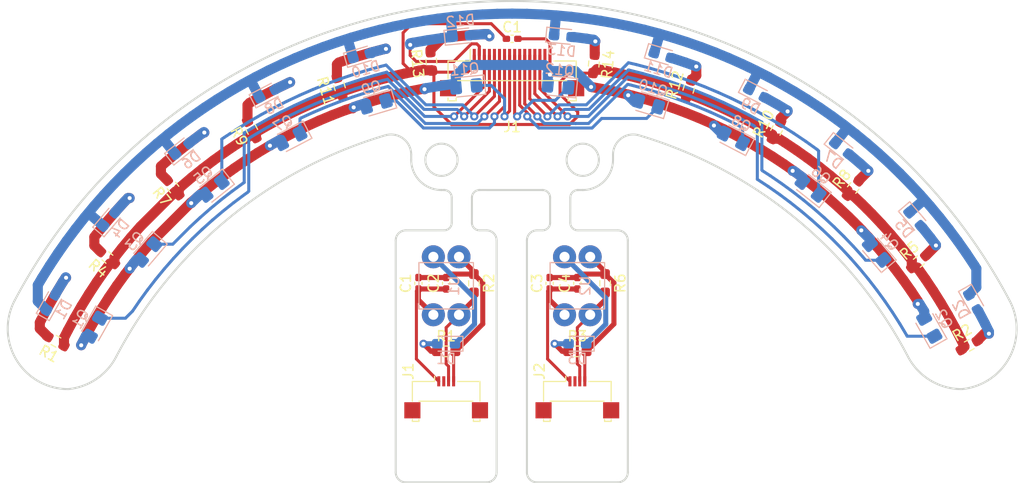
<source format=kicad_pcb>
(kicad_pcb (version 20211014) (generator pcbnew)
  (layers (0 "F.Cu" signal) (31 "B.Cu" signal) (34 "B.Paste" user) (35 "F.Paste" user) (36 "B.SilkS" user "B.Silkscreen") (37 "F.SilkS" user "F.Silkscreen") (38 "B.Mask" user) (39 "F.Mask" user) (44 "Edge.Cuts" user))
  (net 0 "")
  (net 1 "GND2")
  (net 2 "+5V")
  (net 3 "Net-(D1-Pad1)")
  (net 4 "Net-(D1-Pad2)")
  (net 6 "Net-(J1-Pad3)")
  (net 7 "+3V3")
  (net 8 "GND1")
  (net 9 "Net-(D2-Pad2)")
  (net 10 "Net-(J1-Pad11)")
  (net 11 "Net-(D4-Pad2)")
  (net 12 "Net-(D5-Pad2)")
  (net 13 "Net-(D6-Pad2)")
  (net 14 "Net-(D7-Pad2)")
  (net 15 "Net-(D8-Pad2)")
  (net 16 "Net-(D9-Pad2)")
  (net 17 "Net-(D10-Pad2)")
  (net 18 "Net-(D11-Pad2)")
  (net 19 "Net-(D12-Pad2)")
  (net 20 "Net-(D13-Pad2)")
  (net 21 "Net-(J1-Pad4)")
  (net 22 "Net-(J1-Pad5)")
  (net 23 "Net-(J1-Pad6)")
  (net 24 "Net-(J1-Pad7)")
  (net 25 "Net-(J1-Pad8)")
  (net 26 "Net-(J1-Pad9)")
  (net 27 "Net-(J1-Pad10)")
  (net 28 "Net-(J1-Pad12)")
  (net 29 "Net-(J1-Pad13)")
  (net 30 "Net-(J1-Pad14)")
  (footprint "robot_contest:Molex_FFC_1x4-1MP_P0.5mm_Horizontal" (layer "F.Cu") (at 141.465475 88.57603)
    (fp_text reference "J1")
    (fp_text value "FFC_4P")
  )
  (footprint "Resistor_SMD:R_0603_1608Metric_Pad0.98x0.95mm_HandSolder" (layer "F.Cu") (at 141.465475 84.57603 180)
    (fp_text reference "R1")
    (fp_text value "100")
  )
  (footprint "Resistor_SMD:R_0603_1608Metric_Pad0.98x0.95mm_HandSolder" (layer "F.Cu") (at 188.3 75.67601 40.5)
    (fp_text reference "R5")
    (fp_text value "100")
  )
  (footprint "Resistor_SMD:R_0603_1608Metric_Pad0.98x0.95mm_HandSolder" (layer "F.Cu") (at 156.1 56.07601 84.5)
    (fp_text reference "R14")
    (fp_text value "100")
  )
  (footprint "Resistor_SMD:R_0603_1608Metric_Pad0.98x0.95mm_HandSolder" (layer "F.Cu") (at 165.5 58.57601 73.5)
    (fp_text reference "R12")
    (fp_text value "100")
  )
  (footprint "Resistor_SMD:R_0603_1608Metric_Pad0.98x0.95mm_HandSolder" (layer "F.Cu") (at 107.9 75.27601 139.5)
    (fp_text reference "R4")
    (fp_text value "100")
  )
  (footprint "Resistor_SMD:R_0603_1608Metric_Pad0.98x0.95mm_HandSolder" (layer "F.Cu") (at 144.215475 77.82603 -90)
    (fp_text reference "R2")
    (fp_text value "10k")
  )
  (footprint "Capacitor_SMD:C_0402_1005Metric_Pad0.74x0.62mm_HandSolder" (layer "F.Cu") (at 138.715475 77.82603 90)
    (fp_text reference "C1")
    (fp_text value "1μ")
  )
  (footprint "Capacitor_SMD:C_0402_1005Metric_Pad0.74x0.62mm_HandSolder" (layer "F.Cu") (at 154.465475 77.82603 90)
    (fp_text reference "C4")
    (fp_text value "0.1μ")
  )
  (footprint "Resistor_SMD:R_0603_1608Metric_Pad0.98x0.95mm_HandSolder" (layer "F.Cu") (at 130.9 58.32601 106.5)
    (fp_text reference "R11")
    (fp_text value "100")
  )
  (footprint "Resistor_SMD:R_0603_1608Metric_Pad0.98x0.95mm_HandSolder" (layer "F.Cu") (at 122.2 62.57601 117.5)
    (fp_text reference "R9")
    (fp_text value "100")
  )
  (footprint "Capacitor_SMD:C_0402_1005Metric_Pad0.74x0.62mm_HandSolder" (layer "F.Cu") (at 141.465475 77.82603 90)
    (fp_text reference "C2")
    (fp_text value "0.1μ")
  )
  (footprint "Resistor_SMD:R_0603_1608Metric_Pad0.98x0.95mm_HandSolder" (layer "F.Cu") (at 193.3 83.97601 29.5)
    (fp_text reference "R2")
    (fp_text value "100")
  )
  (footprint "Resistor_SMD:R_0603_1608Metric_Pad0.98x0.95mm_HandSolder" (layer "F.Cu") (at 114.4 68.32601 128.5)
    (fp_text reference "R7")
    (fp_text value "100")
  )
  (footprint "Resistor_SMD:R_0603_1608Metric_Pad0.98x0.95mm_HandSolder" (layer "F.Cu") (at 157.215475 77.82603 -90)
    (fp_text reference "R6")
    (fp_text value "10k")
  )
  (footprint "Resistor_SMD:R_0603_1608Metric_Pad0.98x0.95mm_HandSolder" (layer "F.Cu") (at 174.2 62.67601 62.5)
    (fp_text reference "R10")
    (fp_text value "100")
  )
  (footprint "robot_contest:Molex_1x16_P0.50mm_Horizontal" (layer "F.Cu") (at 148 57.07601)
    (fp_text reference "J1")
    (fp_text value "FFC_16P")
  )
  (footprint "Resistor_SMD:R_0603_1608Metric_Pad0.98x0.95mm_HandSolder" (layer "F.Cu") (at 181.8 68.37601 51.5)
    (fp_text reference "R8")
    (fp_text value "100")
  )
  (footprint "Capacitor_SMD:C_0402_1005Metric_Pad0.74x0.62mm_HandSolder" (layer "F.Cu") (at 151.715475 77.82603 90)
    (fp_text reference "C3")
    (fp_text value "1μ")
  )
  (footprint "Resistor_SMD:R_0603_1608Metric_Pad0.98x0.95mm_HandSolder" (layer "F.Cu") (at 102.8 83.57601 150.5)
    (fp_text reference "R1")
    (fp_text value "100")
  )
  (footprint "Resistor_SMD:R_0603_1608Metric_Pad0.98x0.95mm_HandSolder" (layer "F.Cu") (at 154.465475 84.57603 180)
    (fp_text reference "R3")
    (fp_text value "100")
  )
  (footprint "Resistor_SMD:R_0603_1608Metric_Pad0.98x0.95mm_HandSolder" (layer "F.Cu") (at 140 55.82601 95.5)
    (fp_text reference "R13")
    (fp_text value "100")
  )
  (footprint "robot_contest:Molex_FFC_1x4-1MP_P0.5mm_Horizontal" (layer "F.Cu") (at 154.465475 88.57603)
    (fp_text reference "J2")
    (fp_text value "FFC_4P")
  )
  (footprint "Capacitor_SMD:C_0402_1005Metric_Pad0.74x0.62mm_HandSolder" (layer "F.Cu") (at 148 53.57601)
    (fp_text reference "C1")
    (fp_text value "1μ")
  )
  (footprint "LED_SMD:LED_0603_1608Metric_Pad1.05x0.95mm_HandSolder" (layer "B.Cu") (at 153.03 53.31601 -5.5)
    (fp_text reference "D13")
    (fp_text value "SIR19-21C/TR8")
  )
  (footprint "LED_SMD:LED_0603_1608Metric_Pad1.05x0.95mm_HandSolder" (layer "B.Cu") (at 142.97 53.31601 5.5)
    (fp_text reference "D12")
    (fp_text value "SIR19-21C/TR8")
  )
  (footprint "LED_SMD:LED_0603_1608Metric_Pad1.05x0.95mm_HandSolder" (layer "B.Cu") (at 108.08 71.47601 49.5)
    (fp_text reference "D4")
    (fp_text value "SIR19-21C/TR8")
  )
  (footprint "LED_SMD:LED_0805_2012Metric_Pad1.15x1.40mm_HandSolder" (layer "B.Cu") (at 169.93 63.44601 152.5)
    (fp_text reference "Q8")
    (fp_text value "TEMT7100X01")
  )
  (footprint "LED_SMD:LED_0805_2012Metric_Pad1.15x1.40mm_HandSolder" (layer "B.Cu") (at 161.49 60.03601 163.5)
    (fp_text reference "Q10")
    (fp_text value "TEMT7100X01")
  )
  (footprint "robot_contest:S7136" (layer "B.Cu") (at 155.735475 78.07603 -90)
    (fp_text reference "U2")
    (fp_text value "S7136")
  )
  (footprint "LED_SMD:LED_0603_1608Metric_Pad1.05x0.95mm_HandSolder" (layer "B.Cu") (at 123.76 59.00601 27.5)
    (fp_text reference "D8")
    (fp_text value "SIR19-21C/TR8")
  )
  (footprint "LED_SMD:LED_0805_2012Metric_Pad1.15x1.40mm_HandSolder" (layer "B.Cu") (at 111.88 74.72601 -130.5)
    (fp_text reference "Q3")
    (fp_text value "TEMT7100X01")
  )
  (footprint "LED_SMD:LED_0603_1608Metric_Pad1.05x0.95mm_HandSolder" (layer "B.Cu") (at 180.68 64.48601 -38.5)
    (fp_text reference "D7")
    (fp_text value "SIR19-21C/TR8")
  )
  (footprint "LED_SMD:LED_0603_1608Metric_Pad1.05x0.95mm_HandSolder" (layer "B.Cu") (at 115.32 64.48601 38.5)
    (fp_text reference "D6")
    (fp_text value "SIR19-21C/TR8")
  )
  (footprint "LED_SMD:LED_0805_2012Metric_Pad1.15x1.40mm_HandSolder" (layer "B.Cu") (at 134.51 60.03601 -163.5)
    (fp_text reference "Q9")
    (fp_text value "TEMT7100X01")
  )
  (footprint "LED_SMD:LED_0805_2012Metric_Pad1.15x1.40mm_HandSolder" (layer "B.Cu") (at 177.57 68.40601 141.5)
    (fp_text reference "Q6")
    (fp_text value "TEMT7100X01")
  )
  (footprint "LED_SMD:LED_0805_2012Metric_Pad1.15x1.40mm_HandSolder" (layer "B.Cu") (at 106.66 82.18601 -119.5)
    (fp_text reference "Q1")
    (fp_text value "TEMT7100X01")
  )
  (footprint "LED_SMD:LED_0805_2012Metric_Pad1.15x1.40mm_HandSolder" (layer "B.Cu") (at 152.55 58.29601 174.5)
    (fp_text reference "Q12")
    (fp_text value "TEMT7100X01")
  )
  (footprint "robot_contest:S7136" (layer "B.Cu") (at 142.735475 78.07603 -90)
    (fp_text reference "U1")
    (fp_text value "S7136")
  )
  (footprint "LED_SMD:LED_0805_2012Metric_Pad1.15x1.40mm_HandSolder" (layer "B.Cu") (at 184.12 74.72601 130.5)
    (fp_text reference "Q4")
    (fp_text value "TEMT7100X01")
  )
  (footprint "LED_SMD:LED_0603_1608Metric_Pad1.05x0.95mm_HandSolder" (layer "B.Cu") (at 133.09 55.23601 16.5)
    (fp_text reference "D10")
    (fp_text value "SIR19-21C/TR8")
  )
  (footprint "LED_SMD:LED_0603_1608Metric_Pad1.05x0.95mm_HandSolder" (layer "B.Cu") (at 102.31 79.72601 60.5)
    (fp_text reference "D1")
    (fp_text value "SIR19-21C/TR8")
  )
  (footprint "LED_SMD:LED_0805_2012Metric_Pad1.15x1.40mm_HandSolder" (layer "B.Cu") (at 126.07 63.44601 -152.5)
    (fp_text reference "Q7")
    (fp_text value "TEMT7100X01")
  )
  (footprint "LED_SMD:LED_0805_2012Metric_Pad1.15x1.40mm_HandSolder" (layer "B.Cu") (at 143.447 58.29601 -174.5)
    (fp_text reference "Q11")
    (fp_text value "TEMT7100X01")
  )
  (footprint "LED_SMD:LED_0603_1608Metric_Pad1.05x0.95mm_HandSolder" (layer "B.Cu") (at 154.465475 83.82603 180)
    (fp_text reference "D3")
    (fp_text value "SIR19-21C/TR8")
  )
  (footprint "LED_SMD:LED_0603_1608Metric_Pad1.05x0.95mm_HandSolder" (layer "B.Cu") (at 172.24 59.00601 -27.5)
    (fp_text reference "D9")
    (fp_text value "SIR19-21C/TR8")
  )
  (footprint "LED_SMD:LED_0603_1608Metric_Pad1.05x0.95mm_HandSolder" (layer "B.Cu") (at 141.465475 83.82603 180)
    (fp_text reference "D1")
    (fp_text value "SIR19-21C/TR8")
  )
  (footprint "LED_SMD:LED_0603_1608Metric_Pad1.05x0.95mm_HandSolder" (layer "B.Cu") (at 162.91 55.23601 -16.5)
    (fp_text reference "D11")
    (fp_text value "SIR19-21C/TR8")
  )
  (footprint "LED_SMD:LED_0603_1608Metric_Pad1.05x0.95mm_HandSolder" (layer "B.Cu") (at 187.92 71.47601 -49.5)
    (fp_text reference "D5")
    (fp_text value "SIR19-21C/TR8")
  )
  (footprint "LED_SMD:LED_0805_2012Metric_Pad1.15x1.40mm_HandSolder" (layer "B.Cu") (at 189.34 82.18601 119.5)
    (fp_text reference "Q2")
    (fp_text value "TEMT7100X01")
  )
  (footprint "LED_SMD:LED_0603_1608Metric_Pad1.05x0.95mm_HandSolder" (layer "B.Cu") (at 193.69 79.72601 -60.5)
    (fp_text reference "D2")
    (fp_text value "SIR19-21C/TR8")
  )
  (footprint "LED_SMD:LED_0805_2012Metric_Pad1.15x1.40mm_HandSolder" (layer "B.Cu") (at 118.43 68.40601 -141.5)
    (fp_text reference "Q5")
    (fp_text value "TEMT7100X01")
  )
  (gr_arc (start 150.465475 97.57603) (mid 149.758368 97.283137) (end 149.465475 96.57603) (layer "Edge.Cuts") (width 0.2))
  (gr_line (start 157.999877 65.576028) (end 157.999877 65.065998) (layer "Edge.Cuts") (width 0.2))
  (gr_arc (start 98.712449 79.522008) (mid 148.015964 49.82603) (end 197.302333 79.550457) (layer "Edge.Cuts") (width 0.2))
  (gr_arc (start 145.465475 72.57603) (mid 146.172582 72.868923) (end 146.465475 73.57603) (layer "Edge.Cuts") (width 0.2))
  (gr_arc (start 159.465475 96.57603) (mid 159.172582 97.283137) (end 158.465475 97.57603) (layer "Edge.Cuts") (width 0.2))
  (gr_arc (start 144.017661 69.324333) (mid 144.237331 68.794003) (end 144.767661 68.574333) (layer "Edge.Cuts") (width 0.2))
  (gr_arc (start 137.465475 97.57603) (mid 136.758368 97.283137) (end 136.465475 96.57603) (layer "Edge.Cuts") (width 0.2))
  (gr_arc (start 108.758404 85.12684) (mid 106.793428 87.327821) (end 104.016926 88.326028) (layer "Edge.Cuts") (width 0.2))
  (gr_line (start 154.515964 72.577727) (end 158.465475 72.577727) (layer "Edge.Cuts") (width 0.2))
  (gr_line (start 136.465475 73.57603) (end 136.465475 96.57603) (layer "Edge.Cuts") (width 0.2))
  (gr_line (start 142.017661 71.824333) (end 142.017661 69.324333) (layer "Edge.Cuts") (width 0.2))
  (gr_line (start 153.764267 71.82603) (end 153.765964 69.32603) (layer "Edge.Cuts") (width 0.2))
  (gr_arc (start 157.999877 65.576028) (mid 157.12119 67.697329) (end 154.999877 68.576028) (layer "Edge.Cuts") (width 0.2))
  (gr_line (start 149.465475 73.57603) (end 149.465475 96.57603) (layer "Edge.Cuts") (width 0.2))
  (gr_arc (start 142.017661 71.824333) (mid 141.797991 72.354663) (end 141.267661 72.574333) (layer "Edge.Cuts") (width 0.2))
  (gr_circle (center 140.999877 65.576028) (end 139.399877 65.576028) (layer "Edge.Cuts") (width 0.2) (fill none))
  (gr_arc (start 197.302333 79.550457) (mid 197.271658 85.209719) (end 192.547604 88.326028) (layer "Edge.Cuts") (width 0.2))
  (gr_arc (start 192.547604 88.326028) (mid 189.437674 87.457148) (end 187.228473 85.102147) (layer "Edge.Cuts") (width 0.2))
  (gr_line (start 145.465475 72.57603) (end 144.767661 72.57603) (layer "Edge.Cuts") (width 0.2))
  (gr_arc (start 151.015964 68.57603) (mid 151.546294 68.7957) (end 151.765964 69.32603) (layer "Edge.Cuts") (width 0.2))
  (gr_line (start 151.015964 72.57603) (end 150.465475 72.57603) (layer "Edge.Cuts") (width 0.2))
  (gr_arc (start 151.765964 71.82603) (mid 151.546294 72.35636) (end 151.015964 72.57603) (layer "Edge.Cuts") (width 0.2))
  (gr_line (start 154.999877 68.576028) (end 154.515964 68.576028) (layer "Edge.Cuts") (width 0.2))
  (gr_arc (start 153.765964 69.32603) (mid 153.985634 68.7957) (end 154.515964 68.57603) (layer "Edge.Cuts") (width 0.2))
  (gr_arc (start 108.758404 85.12684) (mid 119.860582 71.425734) (end 135.43183 63.148364) (layer "Edge.Cuts") (width 0.2))
  (gr_arc (start 158.465475 72.57603) (mid 159.172582 72.868923) (end 159.465475 73.57603) (layer "Edge.Cuts") (width 0.2))
  (gr_line (start 151.765964 71.82603) (end 151.765964 69.32603) (layer "Edge.Cuts") (width 0.2))
  (gr_circle (center 154.999877 65.576028) (end 153.399877 65.576028) (layer "Edge.Cuts") (width 0.2) (fill none))
  (gr_arc (start 160.567924 63.148364) (mid 176.128428 71.416878) (end 187.228473 85.102147) (layer "Edge.Cuts") (width 0.2))
  (gr_arc (start 104.016926 88.326028) (mid 98.877689 85.422483) (end 98.712449 79.522008) (layer "Edge.Cuts") (width 0.2))
  (gr_arc (start 144.767661 72.57603) (mid 144.23613 72.355863) (end 144.015964 71.824333) (layer "Edge.Cuts") (width 0.2))
  (gr_line (start 150.465475 97.57603) (end 158.465475 97.57603) (layer "Edge.Cuts") (width 0.2))
  (gr_line (start 137.465475 97.57603) (end 145.465475 97.57603) (layer "Edge.Cuts") (width 0.2))
  (gr_line (start 159.465475 96.57603) (end 159.465475 73.57603) (layer "Edge.Cuts") (width 0.2))
  (gr_line (start 146.465475 96.57603) (end 146.465475 73.57603) (layer "Edge.Cuts") (width 0.2))
  (gr_line (start 144.015964 71.824333) (end 144.017661 69.324333) (layer "Edge.Cuts") (width 0.2))
  (gr_line (start 144.767661 68.574333) (end 151.015964 68.57603) (layer "Edge.Cuts") (width 0.2))
  (gr_arc (start 141.267661 68.574333) (mid 141.797991 68.794003) (end 142.017661 69.324333) (layer "Edge.Cuts") (width 0.2))
  (gr_arc (start 146.465475 96.57603) (mid 146.172582 97.283137) (end 145.465475 97.57603) (layer "Edge.Cuts") (width 0.2))
  (gr_line (start 141.267661 68.574333) (end 140.999877 68.574333) (layer "Edge.Cuts") (width 0.2))
  (gr_line (start 141.267661 72.574333) (end 137.465475 72.57603) (layer "Edge.Cuts") (width 0.2))
  (gr_arc (start 149.465475 73.57603) (mid 149.758368 72.868923) (end 150.465475 72.57603) (layer "Edge.Cuts") (width 0.2))
  (gr_line (start 137.999877 65.065998) (end 137.999877 65.576028) (layer "Edge.Cuts") (width 0.2))
  (gr_arc (start 140.999877 68.576028) (mid 138.878565 67.697341) (end 137.999877 65.576028) (layer "Edge.Cuts") (width 0.2))
  (gr_arc (start 157.999877 65.065998) (mid 158.803239 63.463483) (end 160.567924 63.148364) (layer "Edge.Cuts") (width 0.2))
  (gr_arc (start 154.515964 72.577727) (mid 153.984434 72.35756) (end 153.764267 71.82603) (layer "Edge.Cuts") (width 0.2))
  (gr_arc (start 135.43183 63.148364) (mid 137.19654 63.463474) (end 137.999877 65.065998) (layer "Edge.Cuts") (width 0.2))
  (gr_arc (start 136.465475 73.57603) (mid 136.758368 72.868923) (end 137.465475 72.57603) (layer "Edge.Cuts") (width 0.2))
  (segment (start 138.715475 79.47103) (end 138.715475 78.39353) (width 0.5) (layer "F.Cu") (net 1))
  (segment (start 138.515964 85.339019) (end 138.515964 78.593041) (width 0.3) (layer "F.Cu") (net 1))
  (segment (start 151.515964 78.593041) (end 151.715475 78.39353) (width 0.3) (layer "F.Cu") (net 1))
  (segment (start 153.727975 87.55103) (end 151.515964 85.339019) (width 0.3) (layer "F.Cu") (net 1))
  (segment (start 151.515964 85.339019) (end 151.515964 78.593041) (width 0.3) (layer "F.Cu") (net 1))
  (segment (start 140.195475 80.95103) (end 138.715475 79.47103) (width 0.5) (layer "F.Cu") (net 1))
  (segment (start 151.715475 79.47103) (end 151.715475 78.39353) (width 0.5) (layer "F.Cu") (net 1))
  (segment (start 153.195475 80.95103) (end 151.715475 79.47103) (width 0.5) (layer "F.Cu") (net 1))
  (segment (start 138.515964 78.593041) (end 138.715475 78.39353) (width 0.3) (layer "F.Cu") (net 1))
  (segment (start 140.727975 87.55103) (end 138.515964 85.339019) (width 0.3) (layer "F.Cu") (net 1))
  (segment (start 138.715475 78.39353) (end 141.465475 78.39353) (width 0.5) (layer "F.Cu") (net 1))
  (segment (start 151.715475 78.39353) (end 154.465475 78.39353) (width 0.5) (layer "F.Cu") (net 1))
  (segment (start 157.215475 76.91353) (end 154.810475 76.91353) (width 0.5) (layer "F.Cu") (net 2))
  (segment (start 158.089995 77.78805) (end 157.215475 76.91353) (width 0.5) (layer "F.Cu") (net 2))
  (segment (start 144.215475 76.91353) (end 141.810475 76.91353) (width 0.5) (layer "F.Cu") (net 2))
  (segment (start 142.202975 84.75103) (end 142.377975 84.57603) (width 0.3) (layer "F.Cu") (net 2))
  (segment (start 142.377975 84.57603) (end 145.089995 81.86401) (width 0.5) (layer "F.Cu") (net 2))
  (segment (start 155.202975 87.55103) (end 155.202975 84.75103) (width 0.3) (layer "F.Cu") (net 2))
  (segment (start 142.202975 87.55103) (end 142.202975 84.75103) (width 0.3) (layer "F.Cu") (net 2))
  (segment (start 155.377975 84.57603) (end 158.089995 81.86401) (width 0.5) (layer "F.Cu") (net 2))
  (segment (start 144.215475 76.91353) (end 144.215475 76.68103) (width 0.5) (layer "F.Cu") (net 2))
  (segment (start 144.215475 76.68103) (end 142.735475 75.20103) (width 0.5) (layer "F.Cu") (net 2))
  (segment (start 151.715475 77.25853) (end 154.465475 77.25853) (width 0.5) (layer "F.Cu") (net 2))
  (segment (start 145.089995 81.86401) (end 145.089995 77.78805) (width 0.5) (layer "F.Cu") (net 2))
  (segment (start 138.715475 77.25853) (end 141.465475 77.25853) (width 0.5) (layer "F.Cu") (net 2))
  (segment (start 157.215475 76.68103) (end 155.735475 75.20103) (width 0.5) (layer "F.Cu") (net 2))
  (segment (start 154.810475 76.91353) (end 154.465475 77.25853) (width 0.5) (layer "F.Cu") (net 2))
  (segment (start 145.089995 77.78805) (end 144.215475 76.91353) (width 0.5) (layer "F.Cu") (net 2))
  (segment (start 155.202975 84.75103) (end 155.377975 84.57603) (width 0.3) (layer "F.Cu") (net 2))
  (segment (start 157.215475 76.91353) (end 157.215475 76.68103) (width 0.5) (layer "F.Cu") (net 2))
  (segment (start 158.089995 81.86401) (end 158.089995 77.78805) (width 0.5) (layer "F.Cu") (net 2))
  (segment (start 141.810475 76.91353) (end 141.465475 77.25853) (width 0.5) (layer "F.Cu") (net 2))
  (segment (start 144.75 54.326988) (end 144.499022 54.07601) (width 0.3) (layer "F.Cu") (net 3))
  (segment (start 143.975 54.07601) (end 142.225 55.82601) (width 0.3) (layer "F.Cu") (net 3))
  (segment (start 144.75 55.22601) (end 144.75 54.326988) (width 0.3) (layer "F.Cu") (net 3))
  (segment (start 137.9 55.22601) (end 137.9 54.17601) (width 0.3) (layer "F.Cu") (net 3))
  (segment (start 142.225 55.82601) (end 138.5 55.82601) (width 0.3) (layer "F.Cu") (net 3))
  (segment (start 138.5 55.82601) (end 137.9 55.22601) (width 0.3) (layer "F.Cu") (net 3))
  (segment (start 144.499022 54.07601) (end 143.975 54.07601) (width 0.3) (layer "F.Cu") (net 3))
  (via (at 137.9 54.17601) (size 0.8) (drill 0.4) (layers "F.Cu" "B.Cu") (net 3))
  (segment (start 144.277986 81.888519) (end 144.277986 79.283541) (width 0.5) (layer "B.Cu") (net 3))
  (segment (start 188.763748 69.412262) (end 188.452324 69.057789) (width 1) (layer "B.Cu") (net 3))
  (segment (start 122.559593 57.381029) (end 121.268588 58.084936) (width 1) (layer "B.Cu") (net 3))
  (segment (start 107.547676 69.057789) (end 106.577174 70.162447) (width 1) (layer "B.Cu") (net 3))
  (segment (start 184.283113 64.912679) (end 183.172841 63.948591) (width 1) (layer "B.Cu") (net 3))
  (segment (start 141.882618 53.402638) (end 140.993904 53.509833) (width 1) (layer "B.Cu") (net 3))
  (segment (start 118.745885 59.595935) (end 117.515994 60.401948) (width 1) (layer "B.Cu") (net 3))
  (segment (start 105.636808 71.29291) (end 104.727278 72.448339) (width 1) (layer "B.Cu") (net 3))
  (segment (start 170.803768 56.078954) (end 169.460021 55.481721) (width 1) (layer "B.Cu") (net 3))
  (segment (start 187.351733 70.810655) (end 188.481984 69.84533) (width 1) (layer "B.Cu") (net 3))
  (segment (start 152.406625 51.257028) (end 150.939555 51.157913) (width 1) (layer "B.Cu") (net 3))
  (segment (start 139.215525 51.791224) (end 137.767675 52.047795) (width 1) (layer "B.Cu") (net 3))
  (segment (start 194 78.223578) (end 194 76.360048) (width 1) (layer "B.Cu") (net 3))
  (segment (start 155.340475 83.82603) (end 157.277986 81.888519) (width 0.5) (layer "B.Cu") (net 3))
  (segment (start 182.036965 63.01481) (end 180.876273 62.111986) (width 1) (layer "B.Cu") (net 3))
  (segment (start 121.268588 58.084936) (end 119.997026 58.823427) (width 1) (layer "B.Cu") (net 3))
  (segment (start 188.452324 69.057789) (end 187.45235 67.979693) (width 1) (layer "B.Cu") (net 3))
  (segment (start 110.63299 65.906407) (end 109.576342 66.928974) (width 1) (layer "B.Cu") (net 3))
  (segment (start 165.339154 53.910509) (end 163.938929 53.461513) (width 1) (layer "B.Cu") (net 3))
  (segment (start 119.997026 58.823427) (end 118.745885 59.595935) (width 1) (layer "B.Cu") (net 3))
  (segment (start 132.061071 53.461513) (end 130.660846 53.910509) (width 1) (layer "B.Cu") (net 3))
  (segment (start 139.568159 53.721635) (end 138.148767 53.97247) (width 1) (layer "B.Cu") (net 3))
  (segment (start 179.995218 63.94131) (end 180.885363 62.822245) (width 1) (layer "B.Cu") (net 3))
  (segment (start 103.849268 73.627865) (end 103.003389 74.830665) (width 1) (layer "B.Cu") (net 3))
  (segment (start 101 79.608442) (end 101.879129 80.487571) (width 1) (layer "B.Cu") (net 3))
  (segment (start 157.277986 79.283541) (end 153.195475 75.20103) (width 0.5) (layer "B.Cu") (net 3))
  (segment (start 186.423658 66.928974) (end 185.36701 65.906407) (width 1) (layer "B.Cu") (net 3))
  (segment (start 142.099028 53.399875) (end 141.953065 51.883993) (width 1) (layer "B.Cu") (net 3))
  (segment (start 138.148767 53.97247) (end 137.9 54.023507) (width 1) (layer "B.Cu") (net 3))
  (segment (start 143.593375 51.257028) (end 142.129444 51.395693) (width 1) (layer "B.Cu") (net 3))
  (segment (start 193.809721 76.055835) (end 192.996611 74.830665) (width 1) (layer "B.Cu") (net 3))
  (segment (start 136.327206 52.34335) (end 134.895307 52.677644) (width 1) (layer "B.Cu") (net 3))
  (segment (start 183.172841 63.948591) (end 182.036965 63.01481) (width 1) (layer "B.Cu") (net 3))
  (segment (start 150.939555 51.157913) (end 149.470326 51.098415) (width 1) (layer "B.Cu") (net 3))
  (segment (start 191.272722 72.448339) (end 190.363192 71.29291) (width 1) (layer "B.Cu") (net 3))
  (segment (start 176.002974 58.823427) (end 174.731412 58.084936) (width 1) (layer "B.Cu") (net 3))
  (segment (start 117.515994 60.401948) (end 116.308288 61.240855) (width 1) (layer "B.Cu") (net 3))
  (segment (start 141.905526 53.399875) (end 141.882618 53.402638) (width 1) (layer "B.Cu") (net 3))
  (segment (start 180.876273 62.111986) (end 179.691712 61.240855) (width 1) (layer "B.Cu") (net 3))
  (segment (start 152.159028 53.232145) (end 152.294665 51.823497) (width 1) (layer "B.Cu") (net 3))
  (segment (start 157.277986 81.888519) (end 157.277986 79.283541) (width 0.5) (layer "B.Cu") (net 3))
  (segment (start 102.190279 76.055835) (end 101.410509 77.302512) (width 1) (layer "B.Cu") (net 3))
  (segment (start 101.410509 77.302512) (end 101 78) (width 1) (layer "B.Cu") (net 3))
  (segment (start 144.277986 79.283541) (end 140.195475 75.20103) (width 0.5) (layer "B.Cu") (net 3))
  (segment (start 127.899265 54.920993) (end 126.539979 55.481721) (width 1) (layer "B.Cu") (net 3))
  (segment (start 168.100735 54.920993) (end 166.726777 54.397127) (width 1) (layer "B.Cu") (net 3))
  (segment (start 192.150732 73.627865) (end 191.272722 72.448339) (width 1) (layer "B.Cu") (net 3))
  (segment (start 116.308288 61.240855) (end 115.123727 62.111986) (width 1) (layer "B.Cu") (net 3))
  (segment (start 172.130873 56.712205) (end 171.476196 56.399814) (width 1) (layer "B.Cu") (net 3))
  (segment (start 177.254115 59.595935) (end 176.002974 58.823427) (width 1) (layer "B.Cu") (net 3))
  (segment (start 173.440407 57.381029) (end 172.130873 56.712205) (width 1) (layer "B.Cu") (net 3))
  (segment (start 109.576342 66.928974) (end 108.54765 67.979693) (width 1) (layer "B.Cu") (net 3))
  (segment (start 187.45235 67.979693) (end 186.423658 66.928974) (width 1) (layer "B.Cu") (net 3))
  (segment (start 189.422826 70.162447) (end 188.763748 69.412262) (width 1) (layer "B.Cu") (net 3))
  (segment (start 130.660846 53.910509) (end 129.273223 54.397127) (width 1) (layer "B.Cu") (net 3))
  (segment (start 162.071033 54.987497) (end 162.492091 53.566028) (width 1) (layer "B.Cu") (net 3))
  (segment (start 149.470326 51.098415) (end 148 51.078578) (width 1) (layer "B.Cu") (net 3))
  (segment (start 107.511733 72.141365) (end 106.049539 70.892534) (width 1) (layer "B.Cu") (net 3))
  (segment (start 114.635218 65.03071) (end 113.564815 63.685029) (width 1) (layer "B.Cu") (net 3))
  (segment (start 171.463866 58.60198) (end 172.197971 57.191778) (width 1) (layer "B.Cu") (net 3))
  (segment (start 133.472852 53.050472) (end 132.061071 53.461513) (width 1) (layer "B.Cu") (net 3))
  (segment (start 140.669825 51.5738) (end 139.215525 51.791224) (width 1) (layer "B.Cu") (net 3))
  (segment (start 104.727278 72.448339) (end 103.849268 73.627865) (width 1) (layer "B.Cu") (net 3))
  (segment (start 190.363192 71.29291) (end 189.422826 70.162447) (width 1) (layer "B.Cu") (net 3))
  (segment (start 142.129444 51.395693) (end 140.669825 51.5738) (width 1) (layer "B.Cu") (net 3))
  (segment (start 193.259129 78.964449) (end 194 78.223578) (width 1) (layer "B.Cu") (net 3))
  (segment (start 134.895307 52.677644) (end 133.472852 53.050472) (width 1) (layer "B.Cu") (net 3))
  (segment (start 169.460021 55.481721) (end 168.100735 54.920993) (width 1) (layer "B.Cu") (net 3))
  (segment (start 178.484006 60.401948) (end 177.254115 59.595935) (width 1) (layer "B.Cu") (net 3))
  (segment (start 153.870556 51.395693) (end 152.406625 51.257028) (width 1) (layer "B.Cu") (net 3))
  (segment (start 103.003389 74.830665) (end 102.190279 76.055835) (width 1) (layer "B.Cu") (net 3))
  (segment (start 137.9 54.023507) (end 137.9 54.17601) (width 1) (layer "B.Cu") (net 3))
  (segment (start 156.784475 51.791224) (end 155.330175 51.5738) (width 1) (layer "B.Cu") (net 3))
  (segment (start 171.476196 56.399814) (end 170.803768 56.078954) (width 1) (layer "B.Cu") (net 3))
  (segment (start 174.731412 58.084936) (end 173.440407 57.381029) (width 1) (layer "B.Cu") (net 3))
  (segment (start 123.869127 56.712205) (end 122.559593 57.381029) (width 1) (layer "B.Cu") (net 3))
  (segment (start 163.938929 53.461513) (end 162.527148 53.050472) (width 1) (layer "B.Cu") (net 3))
  (segment (start 158.232325 52.047795) (end 156.784475 51.791224) (width 1) (layer "B.Cu") (net 3))
  (segment (start 137.767675 52.047795) (end 136.327206 52.34335) (width 1) (layer "B.Cu") (net 3))
  (segment (start 108.54765 67.979693) (end 107.547676 69.057789) (width 1) (layer "B.Cu") (net 3))
  (segment (start 132.251033 55.484523) (end 131.808098 53.9892) (width 1) (layer "B.Cu") (net 3))
  (segment (start 162.527148 53.050472) (end 161.104693 52.677644) (width 1) (layer "B.Cu") (net 3))
  (segment (start 112.827159 63.948591) (end 111.716887 64.912679) (width 1) (layer "B.Cu") (net 3))
  (segment (start 111.716887 64.912679) (end 110.63299 65.906407) (width 1) (layer "B.Cu") (net 3))
  (segment (start 185.36701 65.906407) (end 184.283113 64.912679) (width 1) (layer "B.Cu") (net 3))
  (segment (start 113.963035 63.01481) (end 112.827159 63.948591) (width 1) (layer "B.Cu") (net 3))
  (segment (start 166.726777 54.397127) (end 165.339154 53.910509) (width 1) (layer "B.Cu") (net 3))
  (segment (start 159.672794 52.34335) (end 158.232325 52.047795) (width 1) (layer "B.Cu") (net 3))
  (segment (start 101 78) (end 101 79.608442) (width 1) (layer "B.Cu") (net 3))
  (segment (start 142.099028 53.399875) (end 141.905526 53.399875) (width 1) (layer "B.Cu") (net 3))
  (segment (start 194 76.360048) (end 193.809721 76.055835) (width 1) (layer "B.Cu") (net 3))
  (segment (start 115.123727 62.111986) (end 113.963035 63.01481) (width 1) (layer "B.Cu") (net 3))
  (segment (start 129.273223 54.397127) (end 127.899265 54.920993) (width 1) (layer "B.Cu") (net 3))
  (segment (start 106.577174 70.162447) (end 105.636808 71.29291) (width 1) (layer "B.Cu") (net 3))
  (segment (start 179.691712 61.240855) (end 178.484006 60.401948) (width 1) (layer "B.Cu") (net 3))
  (segment (start 146.529674 51.098415) (end 145.060445 51.157913) (width 1) (layer "B.Cu") (net 3))
  (segment (start 161.104693 52.677644) (end 159.672794 52.34335) (width 1) (layer "B.Cu") (net 3))
  (segment (start 192.996611 74.830665) (end 192.150732 73.627865) (width 1) (layer "B.Cu") (net 3))
  (segment (start 122.983866 59.41004) (end 122.236805 57.974949) (width 1) (layer "B.Cu") (net 3))
  (segment (start 142.340475 83.82603) (end 144.277986 81.888519) (width 0.5) (layer "B.Cu") (net 3))
  (segment (start 148 51.078578) (end 146.529674 51.098415) (width 1) (layer "B.Cu") (net 3))
  (segment (start 140.993904 53.509833) (end 139.568159 53.721635) (width 1) (layer "B.Cu") (net 3))
  (segment (start 125.196232 56.078954) (end 123.869127 56.712205) (width 1) (layer "B.Cu") (net 3))
  (segment (start 145.060445 51.157913) (end 143.593375 51.257028) (width 1) (layer "B.Cu") (net 3))
  (segment (start 126.539979 55.481721) (end 125.196232 56.078954) (width 1) (layer "B.Cu") (net 3))
  (segment (start 155.330175 51.5738) (end 153.870556 51.395693) (width 1) (layer "B.Cu") (net 3))
  (segment (start 152.965475 84.57603) (end 153.552975 84.57603) (width 0.5) (layer "F.Cu") (net 4))
  (segment (start 102.00108 80.197449) (end 101.322169 81.468911) (width 1) (layer "F.Cu") (net 4))
  (segment (start 103.743893 77.27601) (end 103.462278 77.712714) (width 1) (layer "F.Cu") (net 4))
  (segment (start 152.215475 83.82603) (end 152.965475 84.57603) (width 0.5) (layer "F.Cu") (net 4))
  (segment (start 102.714638 78.945049) (end 102.00108 80.197449) (width 1) (layer "F.Cu") (net 4))
  (segment (start 101.2 81.713641) (end 101.2 82.320874) (width 1) (layer "F.Cu") (net 4))
  (segment (start 101.2 82.320874) (end 102.0058 83.126674) (width 1) (layer "F.Cu") (net 4))
  (segment (start 139.215475 83.82603) (end 139.965475 84.57603) (width 0.5) (layer "F.Cu") (net 4))
  (segment (start 103.462278 77.712714) (end 102.714638 78.945049) (width 1) (layer "F.Cu") (net 4))
  (segment (start 139.965475 84.57603) (end 140.552975 84.57603) (width 0.5) (layer "F.Cu") (net 4))
  (segment (start 103.8 77.27601) (end 103.743893 77.27601) (width 1) (layer "F.Cu") (net 4))
  (segment (start 101.322169 81.468911) (end 101.2 81.713641) (width 1) (layer "F.Cu") (net 4))
  (via (at 103.8 77.27601) (size 0.8) (drill 0.4) (layers "F.Cu" "B.Cu") (net 4))
  (via (at 139.215475 83.82603) (size 0.8) (drill 0.4) (layers "F.Cu" "B.Cu") (net 4))
  (via (at 152.215475 83.82603) (size 0.8) (drill 0.4) (layers "F.Cu" "B.Cu") (net 4))
  (segment (start 152.215475 83.82603) (end 153.590475 83.82603) (width 0.5) (layer "B.Cu") (net 4))
  (segment (start 103.76589 77.2419) (end 103.462275 77.712718) (width 1) (layer "B.Cu") (net 4))
  (segment (start 103.8 77.27601) (end 103.76589 77.2419) (width 1) (layer "B.Cu") (net 4))
  (segment (start 102.740871 78.901809) (end 102.740871 78.964449) (width 1) (layer "B.Cu") (net 4))
  (segment (start 103.462275 77.712718) (end 102.740871 78.901809) (width 1) (layer "B.Cu") (net 4))
  (segment (start 139.215475 83.82603) (end 140.590475 83.82603) (width 0.5) (layer "B.Cu") (net 4))
  (segment (start 141.465475 82.22103) (end 142.735475 80.95103) (width 0.3) (layer "F.Cu") (net 6))
  (segment (start 154.465475 82.22103) (end 155.735475 80.95103) (width 0.3) (layer "F.Cu") (net 6))
  (segment (start 142.25 61.27651) (end 145.25 58.27651) (width 0.3) (layer "F.Cu") (net 6))
  (segment (start 145.25 58.27651) (end 145.25 55.22601) (width 0.3) (layer "F.Cu") (net 6))
  (segment (start 141.465475 85.82603) (end 141.465475 82.22103) (width 0.3) (layer "F.Cu") (net 6))
  (segment (start 144.215475 79.47103) (end 142.735475 80.95103) (width 0.5) (layer "F.Cu") (net 6))
  (segment (start 157.215475 78.73853) (end 157.215475 79.47103) (width 0.5) (layer "F.Cu") (net 6))
  (segment (start 141.702975 87.55103) (end 141.702975 86.06353) (width 0.3) (layer "F.Cu") (net 6))
  (segment (start 154.465475 85.82603) (end 154.465475 82.22103) (width 0.3) (layer "F.Cu") (net 6))
  (segment (start 157.215475 79.47103) (end 155.735475 80.95103) (width 0.5) (layer "F.Cu") (net 6))
  (segment (start 144.215475 78.73853) (end 144.215475 79.47103) (width 0.5) (layer "F.Cu") (net 6))
  (segment (start 154.702975 87.55103) (end 154.702975 86.06353) (width 0.3) (layer "F.Cu") (net 6))
  (segment (start 141.702975 86.06353) (end 141.465475 85.82603) (width 0.3) (layer "F.Cu") (net 6))
  (segment (start 154.702975 86.06353) (end 154.465475 85.82603) (width 0.3) (layer "F.Cu") (net 6))
  (via (at 142.25 61.27651) (size 0.8) (drill 0.4) (layers "F.Cu" "B.Cu") (net 6))
  (segment (start 142.25 61.27651) (end 142.2495 61.27601) (width 0.3) (layer "B.Cu") (net 6))
  (segment (start 131.088816 58.998551) (end 129.771617 59.498099) (width 0.3) (layer "B.Cu") (net 6))
  (segment (start 128.469124 60.034899) (end 127.18241 60.608513) (width 0.3) (layer "B.Cu") (net 6))
  (segment (start 122.2141 63.261294) (end 121.90171 63.457803) (width 0.3) (layer "B.Cu") (net 6))
  (segment (start 133.763208 58.112743) (end 132.419698 58.536644) (width 0.3) (layer "B.Cu") (net 6))
  (segment (start 109.682115 81.293895) (end 107.164734 81.293895) (width 0.3) (layer "B.Cu") (net 6))
  (segment (start 121.785431 68.811441) (end 121.475423 69.029413) (width 0.3) (layer "B.Cu") (net 6))
  (segment (start 121.90171 63.457803) (end 121.90171 68.695162) (width 0.3) (layer "B.Cu") (net 6))
  (segment (start 120.39117 69.841441) (end 119.331766 70.68562) (width 0.3) (layer "B.Cu") (net 6))
  (segment (start 121.90171 68.695162) (end 121.785431 68.811441) (width 0.3) (layer "B.Cu") (net 6))
  (segment (start 121.475423 69.029413) (end 120.39117 69.841441) (width 0.3) (layer "B.Cu") (net 6))
  (segment (start 111.064224 79.596106) (end 110.389719 80.586291) (width 0.3) (layer "B.Cu") (net 6))
  (segment (start 135.651461 57.591752) (end 135.118172 57.727224) (width 0.3) (layer "B.Cu") (net 6))
  (segment (start 129.771617 59.498099) (end 128.469124 60.034899) (width 0.3) (layer "B.Cu") (net 6))
  (segment (start 139.335719 61.27601) (end 135.651461 57.591752) (width 0.3) (layer "B.Cu") (net 6))
  (segment (start 125.912564 61.218451) (end 124.660544 61.864253) (width 0.3) (layer "B.Cu") (net 6))
  (segment (start 110.389719 80.586291) (end 109.682115 81.293895) (width 0.3) (layer "B.Cu") (net 6))
  (segment (start 119.331766 70.68562) (end 118.298112 71.561238) (width 0.3) (layer "B.Cu") (net 6))
  (segment (start 116.311968 73.40342) (end 115.361218 74.368371) (width 0.3) (layer "B.Cu") (net 6))
  (segment (start 135.118172 57.727224) (end 133.763208 58.112743) (width 0.3) (layer "B.Cu") (net 6))
  (segment (start 114.439856 75.361385) (end 113.548665 76.381619) (width 0.3) (layer "B.Cu") (net 6))
  (segment (start 123.427391 62.545383) (end 122.2141 63.261294) (width 0.3) (layer "B.Cu") (net 6))
  (segment (start 142.2495 61.27601) (end 139.335719 61.27601) (width 0.3) (layer "B.Cu") (net 6))
  (segment (start 124.660544 61.864253) (end 123.427391 62.545383) (width 0.3) (layer "B.Cu") (net 6))
  (segment (start 127.18241 60.608513) (end 125.912564 61.218451) (width 0.3) (layer "B.Cu") (net 6))
  (segment (start 111.860094 78.499931) (end 111.064224 79.596106) (width 0.3) (layer "B.Cu") (net 6))
  (segment (start 117.291251 72.467406) (end 116.311968 73.40342) (width 0.3) (layer "B.Cu") (net 6))
  (segment (start 115.361218 74.368371) (end 114.439856 75.361385) (width 0.3) (layer "B.Cu") (net 6))
  (segment (start 132.419698 58.536644) (end 131.088816 58.998551) (width 0.3) (layer "B.Cu") (net 6))
  (segment (start 118.298112 71.561238) (end 117.291251 72.467406) (width 0.3) (layer "B.Cu") (net 6))
  (segment (start 112.688505 77.428094) (end 111.860094 78.499931) (width 0.3) (layer "B.Cu") (net 6))
  (segment (start 113.548665 76.381619) (end 112.688505 77.428094) (width 0.3) (layer "B.Cu") (net 6))
  (segment (start 153.620851 56.984309) (end 152.75 57.85516) (width 0.3) (layer "F.Cu") (net 7))
  (segment (start 143.591701 56.884309) (end 144.25 56.22601) (width 0.3) (layer "F.Cu") (net 7))
  (segment (start 190.482493 79.768573) (end 189.738582 78.581994) (width 1) (layer "F.Cu") (net 7))
  (segment (start 131.159164 58.813606) (end 132.008423 58.511633) (width 1) (layer "F.Cu") (net 7))
  (segment (start 108.59387 75.282242) (end 109.341026 74.330693) (width 1) (layer "F.Cu") (net 7))
  (segment (start 130.688826 58.980845) (end 130.873434 58.915203) (width 1) (layer "F.Cu") (net 7))
  (segment (start 163.659677 58.400163) (end 162.324448 57.97773) (width 1) (layer "F.Cu") (net 7))
  (segment (start 114.968045 68.435822) (end 115.14916 68.271742) (width 1) (layer "F.Cu") (net 7))
  (segment (start 106.841147 77.706046) (end 106.072322 78.876648) (width 1) (layer "F.Cu") (net 7))
  (segment (start 108.152892 75.868631) (end 107.642615 76.557612) (width 1) (layer "F.Cu") (net 7))
  (segment (start 121.89394 63.276368) (end 122.280932 63.044993) (width 1) (layer "F.Cu") (net 7))
  (segment (start 145.93298 52.07649) (end 138.09952 52.07649) (width 0.3) (layer "F.Cu") (net 7))
  (segment (start 172.600378 62.383332) (end 171.373779 61.707428) (width 1) (layer "F.Cu") (net 7))
  (segment (start 114.968045 69.04014) (end 114.968045 68.435822) (width 1) (layer "F.Cu") (net 7))
  (segment (start 140.047861 56.694711) (end 140.087459 56.734309) (width 1) (layer "F.Cu") (net 7))
  (segment (start 177.178052 65.336256) (end 176.159175 64.61448) (width 1) (layer "F.Cu") (net 7))
  (segment (start 128.092035 60.029781) (end 129.383037 59.487023) (width 1) (layer "F.Cu") (net 7))
  (segment (start 165.598071 59.093698) (end 165.240836 59.450933) (width 1) (layer "F.Cu") (net 7))
  (segment (start 144.25 56.22601) (end 144.25 55.22601) (width 0.3) (layer "F.Cu") (net 7))
  (segment (start 182.650179 69.936812) (end 181.754398 69.09014) (width 1) (layer "F.Cu") (net 7))
  (segment (start 188.147904 76.268631) (end 187.60613 76.268631) (width 1) (layer "F.Cu") (net 7))
  (segment (start 130.873434 58.915203) (end 131.159164 59.200933) (width 1) (layer "F.Cu") (net 7))
  (segment (start 137.200489 56.026499) (end 138.053371 56.879381) (width 0.3) (layer "F.Cu") (net 7))
  (segment (start 131.159164 59.200933) (end 131.159164 58.813606) (width 1) (layer "F.Cu") (net 7))
  (segment (start 165.240836 59.450933) (end 165.240836 59.118392) (width 1) (layer "F.Cu") (net 7))
  (segment (start 124.317728 61.873194) (end 125.558375 61.223338) (width 1) (layer "F.Cu") (net 7))
  (segment (start 173.778654 63.076582) (end 172.600378 62.383332) (width 1) (layer "F.Cu") (net 7))
  (segment (start 162.324448 57.97773) (end 160.977809 57.59307) (width 1) (layer "F.Cu") (net 7))
  (segment (start 147.4325 53.57601) (end 145.93298 52.07649) (width 0.3) (layer "F.Cu") (net 7))
  (segment (start 140.087459 56.734309) (end 140.237459 56.884309) (width 0.3) (layer "F.Cu") (net 7))
  (segment (start 136.038979 57.329559) (end 136.205603 57.290734) (width 1) (layer "F.Cu") (net 7))
  (segment (start 114.5 68.859846) (end 114.648921 68.724931) (width 1) (layer "F.Cu") (net 7))
  (segment (start 117.302395 66.480702) (end 118.415929 65.631438) (width 1) (layer "F.Cu") (net 7))
  (segment (start 180.587249 68.041262) (end 179.516865 67.138096) (width 1) (layer "F.Cu") (net 7))
  (segment (start 164.982494 58.86005) (end 163.659677 58.400163) (width 1) (layer "F.Cu") (net 7))
  (segment (start 107.642615 76.557612) (end 106.841147 77.706046) (width 1) (layer "F.Cu") (net 7))
  (segment (start 134.684536 57.685672) (end 136.038979 57.329559) (width 1) (layer "F.Cu") (net 7))
  (segment (start 120.71263 64.028621) (end 121.89394 63.276368) (width 1) (layer "F.Cu") (net 7))
  (segment (start 192.5058 84.425346) (end 192.82546 84.105686) (width 1) (layer "F.Cu") (net 7))
  (segment (start 188.15197 76.27404) (end 188.147904 76.268631) (width 1) (layer "F.Cu") (net 7))
  (segment (start 170.128622 61.066346) (end 168.865965 60.46063) (width 1) (layer "F.Cu") (net 7))
  (segment (start 183.639198 70.925832) (end 183.146424 70.429574) (width 1) (layer "F.Cu") (net 7))
  (segment (start 154.5 61.265269) (end 153.689259 62.07601) (width 0.3) (layer "F.Cu") (net 7))
  (segment (start 179.516865 67.138096) (end 178.421491 66.265465) (width 1) (layer "F.Cu") (net 7))
  (segment (start 114.648921 68.724931) (end 114.652836 68.724931) (width 1) (layer "F.Cu") (net 7))
  (segment (start 168.865965 60.46063) (end 167.586682 59.890695) (width 1) (layer "F.Cu") (net 7))
  (segment (start 181.231955 69.09014) (end 181.231955 68.617116) (width 1) (layer "F.Cu") (net 7))
  (segment (start 152.75 59.07601) (end 154.5 60.82601) (width 0.3) (layer "F.Cu") (net 7))
  (segment (start 140.25 56.89685) (end 140.087459 56.734309) (width 0.3) (layer "F.Cu") (net 7))
  (segment (start 114.5 68.865128) (end 114.5 68.859846) (width 1) (layer "F.Cu") (net 7))
  (segment (start 142 62.07601) (end 140.25 60.32601) (width 0.3) (layer "F.Cu") (net 7))
  (segment (start 103.5942 83.250309) (end 103.5942 84.025346) (width 1) (layer "F.Cu") (net 7))
  (segment (start 104.635128 81.280456) (end 103.967875 82.511795) (width 1) (layer "F.Cu") (net 7))
  (segment (start 108.59387 75.868631) (end 108.152892 75.868631) (width 1) (layer "F.Cu") (net 7))
  (segment (start 192.509664 83.447389) (end 191.868581 82.202229) (width 1) (layer "F.Cu") (net 7))
  (segment (start 125.558375 61.223338) (end 126.816792 60.608714) (width 1) (layer "F.Cu") (net 7))
  (segment (start 187.60613 76.268631) (end 187.60613 75.547796) (width 1) (layer "F.Cu") (net 7))
  (segment (start 111.162215 72.202913) (end 114.5 68.865128) (width 1) (layer "F.Cu") (net 7))
  (segment (start 181.231955 68.617116) (end 180.587249 68.041262) (width 1) (layer "F.Cu") (net 7))
  (segment (start 192.82546 84.105686) (end 192.509664 83.447389) (width 1) (layer "F.Cu") (net 7))
  (segment (start 109.341026 74.330693) (end 110.236637 73.253967) (width 1) (layer "F.Cu") (net 7))
  (segment (start 106.072322 78.876648) (end 105.336778 80.068451) (width 1) (layer "F.Cu") (net 7))
  (segment (start 191.192673 80.975623) (end 190.482493 79.768573) (width 1) (layer "F.Cu") (net 7))
  (segment (start 184.601814 71.944281) (end 183.639198 70.925832) (width 1) (layer "F.Cu") (net 7))
  (segment (start 177.301967 65.424039) (end 177.178052 65.336256) (width 1) (layer "F.Cu") (net 7))
  (segment (start 165.240836 59.118392) (end 164.982494 58.86005) (width 1) (layer "F.Cu") (net 7))
  (segment (start 167.586682 59.890695) (end 166.291831 59.357021) (width 1) (layer "F.Cu") (net 7))
  (segment (start 159.620893 57.246506) (end 158.254709 56.938298) (width 1) (layer "F.Cu") (net 7))
  (segment (start 110.236637 73.253967) (end 111.162215 72.202913) (width 1) (layer "F.Cu") (net 7))
  (segment (start 191.868581 82.202229) (end 191.192673 80.975623) (width 1) (layer "F.Cu") (net 7))
  (segment (start 160.977809 57.59307) (end 159.620893 57.246506) (width 1) (layer "F.Cu") (net 7))
  (segment (start 140.25 60.32601) (end 140.25 56.89685) (width 0.3) (layer "F.Cu") (net 7))
  (segment (start 186.437916 74.059147) (end 185.534748 72.988761) (width 1) (layer "F.Cu") (net 7))
  (segment (start 114.652836 68.724931) (end 114.968045 69.04014) (width 1) (layer "F.Cu") (net 7))
  (segment (start 156.407199 56.589651) (end 156.012541 56.984309) (width 1) (layer "F.Cu") (net 7))
  (segment (start 152.75 57.85516) (end 152.75 59.07601) (width 0.3) (layer "F.Cu") (net 7))
  (segment (start 156.012541 56.984309) (end 153.620851 56.984309) (width 0.3) (layer "F.Cu") (net 7))
  (segment (start 132.008423 58.511633) (end 133.34065 58.079805) (width 1) (layer "F.Cu") (net 7))
  (segment (start 173.778654 63.485407) (end 173.778654 63.076582) (width 1) (layer "F.Cu") (net 7))
  (segment (start 139.244063 56.650765) (end 139.288009 56.694711) (width 1) (layer "F.Cu") (net 7))
  (segment (start 187.60613 75.547796) (end 187.310546 75.154519) (width 1) (layer "F.Cu") (net 7))
  (segment (start 140.237459 56.884309) (end 143.591701 56.884309) (width 0.3) (layer "F.Cu") (net 7))
  (segment (start 137.200489 52.975521) (end 137.200489 56.026499) (width 0.3) (layer "F.Cu") (net 7))
  (segment (start 118.415929 65.631438) (end 119.553011 64.813835) (width 1) (layer "F.Cu") (net 7))
  (segment (start 178.421491 66.265465) (end 177.301967 65.424039) (width 1) (layer "F.Cu") (net 7))
  (segment (start 185.534748 72.988761) (end 184.601814 71.944281) (width 1) (layer "F.Cu") (net 7))
  (segment (start 122.621346 62.841465) (end 123.095991 62.557683) (width 1) (layer "F.Cu") (net 7))
  (segment (start 115.14916 68.271742) (end 116.213164 67.36105) (width 1) (layer "F.Cu") (net 7))
  (segment (start 105.336778 80.068451) (end 104.635128 81.280456) (width 1) (layer "F.Cu") (net 7))
  (segment (start 174.432523 63.485407) (end 173.778654 63.485407) (width 1) (layer "F.Cu") (net 7))
  (segment (start 138.775251 56.732483) (end 139.244063 56.650765) (width 1) (layer "F.Cu") (net 7))
  (segment (start 138.053371 56.879381) (end 138.775251 56.732483) (width 1) (layer "F.Cu") (net 7))
  (segment (start 183.146424 70.429574) (end 182.650179 69.936812) (width 1) (layer "F.Cu") (net 7))
  (segment (start 119.553011 64.813835) (end 120.71263 64.028621) (width 1) (layer "F.Cu") (net 7))
  (segment (start 138.09952 52.07649) (end 137.200489 52.975521) (width 0.3) (layer "F.Cu") (net 7))
  (segment (start 133.34065 58.079805) (end 134.684536 57.685672) (width 1) (layer "F.Cu") (net 7))
  (segment (start 174.994013 63.837427) (end 174.432523 63.485407) (width 1) (layer "F.Cu") (net 7))
  (segment (start 103.967875 82.511795) (end 103.5942 83.250309) (width 1) (layer "F.Cu") (net 7))
  (segment (start 158.254709 56.938298) (end 156.88045 56.668713) (width 1) (layer "F.Cu") (net 7))
  (segment (start 171.373779 61.707428) (end 170.128622 61.066346) (width 1) (layer "F.Cu") (net 7))
  (segment (start 126.816792 60.608714) (end 128.092035 60.029781) (width 1) (layer "F.Cu") (net 7))
  (segment (start 123.095991 62.557683) (end 124.317728 61.873194) (width 1) (layer "F.Cu") (net 7))
  (segment (start 136.205603 57.290734) (end 137.402937 57.01174) (width 1) (layer "F.Cu") (net 7))
  (segment (start 153.689259 62.07601) (end 142 62.07601) (width 0.3) (layer "F.Cu") (net 7))
  (segment (start 137.402937 57.01174) (end 138.053371 56.879381) (width 1) (layer "F.Cu") (net 7))
  (segment (start 166.291831 59.357021) (end 165.598071 59.093698) (width 1) (layer "F.Cu") (net 7))
  (segment (start 181.754398 69.09014) (end 181.231955 69.09014) (width 1) (layer "F.Cu") (net 7))
  (segment (start 122.621346 63.385407) (end 122.621346 62.841465) (width 1) (layer "F.Cu") (net 7))
  (segment (start 176.159175 64.61448) (end 174.994013 63.837427) (width 1) (layer "F.Cu") (net 7))
  (segment (start 156.88045 56.668713) (end 156.407199 56.589651) (width 1) (layer "F.Cu") (net 7))
  (segment (start 122.280932 63.044993) (end 122.621346 63.385407) (width 1) (layer "F.Cu") (net 7))
  (segment (start 154.5 60.82601) (end 154.5 61.265269) (width 0.3) (layer "F.Cu") (net 7))
  (segment (start 116.213164 67.36105) (end 117.302395 66.480702) (width 1) (layer "F.Cu") (net 7))
  (segment (start 188.961525 77.416827) (end 188.15197 76.27404) (width 1) (layer "F.Cu") (net 7))
  (segment (start 187.310546 75.154519) (end 186.437916 74.059147) (width 1) (layer "F.Cu") (net 7))
  (segment (start 108.59387 75.868631) (end 108.59387 75.282242) (width 1) (layer "F.Cu") (net 7))
  (segment (start 129.383037 59.487023) (end 130.688826 58.980845) (width 1) (layer "F.Cu") (net 7))
  (segment (start 139.288009 56.694711) (end 140.047861 56.694711) (width 1) (layer "F.Cu") (net 7))
  (segment (start 189.738582 78.581994) (end 188.961525 77.416827) (width 1) (layer "F.Cu") (net 7))
  (segment (start 175.8 66.67601) (end 175.891246 66.67601) (width 1) (layer "F.Cu") (net 8))
  (segment (start 166.477694 61.41752) (end 167.742551 61.968338) (width 1) (layer "F.Cu") (net 8))
  (segment (start 132.3 60.360116) (end 132.749321 60.201853) (width 1) (layer "F.Cu") (net 8))
  (segment (start 157.254102 58.610502) (end 158.603685 58.896687) (width 1) (layer "F.Cu") (net 8))
  (segment (start 185.084807 75.308626) (end 185.941654 76.389914) (width 1) (layer "F.Cu") (net 8))
  (segment (start 186.766968 77.495421) (end 187.560077 78.624245) (width 1) (layer "F.Cu") (net 8))
  (segment (start 110.1 76.37601) (end 110.1 76.343915) (width 1) (layer "F.Cu") (net 8))
  (segment (start 173.800497 65.255647) (end 174.951766 66.015934) (width 1) (layer "F.Cu") (net 8))
  (segment (start 106.60222 81.542259) (end 107.312033 80.359216) (width 1) (layer "F.Cu") (net 8))
  (segment (start 171.434706 63.836197) (end 172.627816 64.528866) (width 1) (layer "F.Cu") (net 8))
  (segment (start 123.966254 64.178227) (end 124 64.159281) (width 1) (layer "F.Cu") (net 8))
  (segment (start 187.560077 78.624245) (end 188.2 79.593252) (width 1) (layer "F.Cu") (net 8))
  (segment (start 175.837654 66.638356) (end 175.8 66.67601) (width 1) (layer "F.Cu") (net 8))
  (segment (start 148.5675 53.57601) (end 151.3 53.57601) (width 0.3) (layer "F.Cu") (net 8))
  (segment (start 183.279465 73.222389) (end 184.197156 74.252484) (width 1) (layer "F.Cu") (net 8))
  (segment (start 105.3 83.97601) (end 105.3 83.941137) (width 1) (layer "F.Cu") (net 8))
  (segment (start 182.6 72.57601) (end 182.669311 72.57601) (width 1) (layer "F.Cu") (net 8))
  (segment (start 116.2 69.797748) (end 117.201358 68.931214) (width 1) (layer "F.Cu") (net 8))
  (segment (start 182.331781 72.21844) (end 182.6 72.502584) (width 1) (layer "F.Cu") (net 8))
  (segment (start 125.169214 63.502829) (end 124 64.159281) (width 1) (layer "F.Cu") (net 8))
  (segment (start 134.06323 59.781209) (end 135.388766 59.39859) (width 1) (layer "F.Cu") (net 8))
  (segment (start 131.608393 60.603719) (end 131.448042 60.660199) (width 1) (layer "F.Cu") (net 8))
  (segment (start 167.742551 61.968338) (end 167.836508 62.012518) (width 1) (layer "F.Cu") (net 8))
  (segment (start 168.184207 62.17601) (end 168.991093 62.555417) (width 1) (layer "F.Cu") (net 8))
  (segment (start 159.5 59.17601) (end 159.549975 59.126035) (width 1) (layer "F.Cu") (net 8))
  (segment (start 162.595249 59.986799) (end 163.902963 60.426335) (width 1) (layer "F.Cu") (net 8))
  (segment (start 168.991093 62.555417) (end 170.222123 63.178196) (width 1) (layer "F.Cu") (net 8))
  (segment (start 138.070077 58.748731) (end 139.257077 58.514845) (width 1) (layer "F.Cu") (net 8))
  (segment (start 126.391149 62.862371) (end 125.169214 63.502829) (width 1) (layer "F.Cu") (net 8))
  (segment (start 181.357563 71.244222) (end 181.846437 71.729586) (width 1) (layer "F.Cu") (net 8))
  (segment (start 174.951766 66.015934) (end 175.837654 66.638356) (width 1) (layer "F.Cu") (net 8))
  (segment (start 155.89684 58.363329) (end 157.254102 58.610502) (width 1) (layer "F.Cu") (net 8))
  (segment (start 105.92682 82.745222) (end 106.60222 81.542259) (width 1) (layer "F.Cu") (net 8))
  (segment (start 116.116098 69.87601) (end 116.2 69.87601) (width 1) (layer "F.Cu") (net 8))
  (segment (start 109.641709 76.939689) (end 110.075312 76.37601) (width 1) (layer "F.Cu") (net 8))
  (segment (start 161.275412 59.585132) (end 162.595249 59.986799) (width 1) (layer "F.Cu") (net 8))
  (segment (start 127.631049 62.257385) (end 126.391149 62.862371) (width 1) (layer "F.Cu") (net 8))
  (segment (start 122.783206 64.888043) (end 123.966254 64.178227) (width 1) (layer "F.Cu") (net 8))
  (segment (start 105.3 83.941137) (end 105.92682 82.745222) (width 1) (layer "F.Cu") (net 8))
  (segment (start 168 62.17601) (end 168.184207 62.17601) (width 1) (layer "F.Cu") (net 8))
  (segment (start 110.075312 76.37601) (end 110.1 76.37601) (width 1) (layer "F.Cu") (net 8))
  (segment (start 110.482878 75.846177) (end 111.355203 74.777369) (width 1) (layer "F.Cu") (net 8))
  (segment (start 132.749321 60.201853) (end 134.06323 59.781209) (width 1) (layer "F.Cu") (net 8))
  (segment (start 132.190792 60.469324) (end 132.062101 60.469324) (width 1) (layer "F.Cu") (net 8))
  (segment (start 180.353623 70.296547) (end 181.357563 71.244222) (width 1) (layer "F.Cu") (net 8))
  (segment (start 182.6 72.502584) (end 182.6 72.57601) (width 1) (layer "F.Cu") (net 8))
  (segment (start 112.257992 73.734116) (end 116.116098 69.87601) (width 1) (layer "F.Cu") (net 8))
  (segment (start 136.724693 59.05435) (end 138.070077 58.748731) (width 1) (layer "F.Cu") (net 8))
  (segment (start 117.201358 68.931214) (end 118.270166 68.058889) (width 1) (layer "F.Cu") (net 8))
  (segment (start 108.055619 79.197159) (end 108.832404 78.056984) (width 1) (layer "F.Cu") (net 8))
  (segment (start 111.355203 74.777369) (end 112.257992 73.734116) (width 1) (layer "F.Cu") (net 8))
  (segment (start 107.312033 80.359216) (end 108.055619 79.197159) (width 1) (layer "F.Cu") (net 8))
  (segment (start 165.197502 60.903386) (end 166.477694 61.41752) (width 1) (layer "F.Cu") (net 8))
  (segment (start 176.08059 66.809042) (end 177.186099 67.634358) (width 1) (layer "F.Cu") (net 8))
  (segment (start 163.902963 60.426335) (end 165.197502 60.903386) (width 1) (layer "F.Cu") (net 8))
  (segment (start 177.186099 67.634358) (end 178.267384 68.491203) (width 1) (layer "F.Cu") (net 8))
  (segment (start 110.1 76.343915) (end 110.482878 75.846177) (width 1) (layer "F.Cu") (net 8))
  (segment (start 116.2 69.87601) (end 116.2 69.797748) (width 1) (layer "F.Cu") (net 8))
  (segment (start 119.363674 67.217722) (end 120.480972 66.408416) (width 1) (layer "F.Cu") (net 8))
  (segment (start 188.2 79.593252) (end 188.2 79.87601) (width 1) (layer "F.Cu") (net 8))
  (segment (start 185.941654 76.389914) (end 186.766968 77.495421) (width 1) (layer "F.Cu") (net 8))
  (segment (start 132.3 60.37601) (end 132.3 60.360116) (width 1) (layer "F.Cu") (net 8))
  (segment (start 184.197156 74.252484) (end 185.084807 75.308626) (width 1) (layer "F.Cu") (net 8))
  (segment (start 182.669311 72.57601) (end 183.279465 73.222389) (width 1) (layer "F.Cu") (net 8))
  (segment (start 158.603685 58.896687) (end 159.418051 59.094061) (width 1) (layer "F.Cu") (net 8))
  (segment (start 120.480972 66.408416) (end 121.621152 65.631627) (width 1) (layer "F.Cu") (net 8))
  (segment (start 128.887854 61.68839) (end 127.631049 62.257385) (width 1) (layer "F.Cu") (net 8))
  (segment (start 131.448042 60.660199) (end 130.160581 61.155829) (width 1) (layer "F.Cu") (net 8))
  (segment (start 124 64.159281) (end 124 64.17601) (width 1) (layer "F.Cu") (net 8))
  (segment (start 175.891246 66.67601) (end 176.08059 66.809042) (width 1) (layer "F.Cu") (net 8))
  (segment (start 159.944514 59.221658) (end 161.275412 59.585132) (width 1) (layer "F.Cu") (net 8))
  (segment (start 159.418051 59.094061) (end 159.5 59.17601) (width 1) (layer "F.Cu") (net 8))
  (segment (start 132.062101 60.469324) (end 131.608393 60.603719) (width 1) (layer "F.Cu") (net 8))
  (segment (start 121.621152 65.631627) (end 122.783206 64.888043) (width 1) (layer "F.Cu") (net 8))
  (segment (start 179.323526 69.378854) (end 180.353623 70.296547) (width 1) (layer "F.Cu") (net 8))
  (segment (start 139.257077 58.514845) (end 139.318242 58.57601) (width 1) (layer "F.Cu") (net 8))
  (segment (start 181.846437 71.729586) (end 182.331781 72.21844) (width 1) (layer "F.Cu") (net 8))
  (segment (start 178.267384 68.491203) (end 179.323526 69.378854) (width 1) (layer "F.Cu") (net 8))
  (segment (start 172.627816 64.528866) (end 173.800497 65.255647) (width 1) (layer "F.Cu") (net 8))
  (segment (start 167.836508 62.012518) (end 168 62.17601) (width 1) (layer "F.Cu") (net 8))
  (segment (start 155.823816 58.352194) (end 155.89684 58.363329) (width 1) (layer "F.Cu") (net 8))
  (segment (start 108.832404 78.056984) (end 109.641709 76.939689) (width 1) (layer "F.Cu") (net 8))
  (segment (start 132.3 60.360116) (end 132.190792 60.469324) (width 1) (layer "F.Cu") (net 8))
  (segment (start 118.270166 68.058889) (end 119.363674 67.217722) (width 1) (layer "F.Cu") (net 8))
  (segment (start 170.222123 63.178196) (end 171.434706 63.836197) (width 1) (layer "F.Cu") (net 8))
  (segment (start 159.549975 59.126035) (end 159.944514 59.221658) (width 1) (layer "F.Cu") (net 8))
  (segment (start 151.75 55.22601) (end 151.75 57.125032) (width 0.3) (layer "F.Cu") (net 8))
  (segment (start 130.160581 61.155829) (end 128.887854 61.68839) (width 1) (layer "F.Cu") (net 8))
  (segment (start 151.75 54.02601) (end 151.75 55.22601) (width 0.3) (layer "F.Cu") (net 8))
  (segment (start 135.388766 59.39859) (end 136.724693 59.05435) (width 1) (layer "F.Cu") (net 8))
  (segment (start 151.3 53.57601) (end 151.75 54.02601) (width 0.3) (layer "F.Cu") (net 8))
  (via (at 124 64.17601) (size 0.8) (drill 0.4) (layers "F.Cu" "B.Cu") (net 8))
  (via (at 182.6 72.57601) (size 0.8) (drill 0.4) (layers "F.Cu" "B.Cu") (net 8))
  (via (at 105.3 83.97601) (size 0.8) (drill 0.4) (layers "F.Cu" "B.Cu") (net 8))
  (via (at 155.823816 58.352194) (size 0.8) (drill 0.4) (layers "F.Cu" "B.Cu") (net 8))
  (via (at 168 62.17601) (size 0.8) (drill 0.4) (layers "F.Cu" "B.Cu") (net 8))
  (via (at 116.2 69.87601) (size 0.8) (drill 0.4) (layers "F.Cu" "B.Cu") (net 8))
  (via (at 188.2 79.87601) (size 0.8) (drill 0.4) (layers "F.Cu" "B.Cu") (net 8))
  (via (at 110.1 76.37601) (size 0.8) (drill 0.4) (layers "F.Cu" "B.Cu") (net 8))
  (via (at 151.75 57.125032) (size 0.8) (drill 0.4) (layers "F.Cu" "B.Cu") (net 8))
  (via (at 139.318242 58.57601) (size 0.8) (drill 0.4) (layers "F.Cu" "B.Cu") (net 8))
  (via (at 132.3 60.37601) (size 0.8) (drill 0.4) (layers "F.Cu" "B.Cu") (net 8))
  (via (at 159.5 59.17601) (size 0.8) (drill 0.4) (layers "F.Cu" "B.Cu") (net 8))
  (via (at 175.8 66.67601) (size 0.8) (drill 0.4) (layers "F.Cu" "B.Cu") (net 8))
  (segment (start 151.8 56.77601) (end 154.247632 56.77601) (width 1) (layer "B.Cu") (net 8))
  (segment (start 142.426719 58.394252) (end 142.104963 58.072496) (width 1) (layer "B.Cu") (net 8))
  (segment (start 176.080588 66.809041) (end 175.891246 66.67601) (width 1) (layer "B.Cu") (net 8))
  (segment (start 169.020814 62.972718) (end 168.796708 62.972718) (width 1) (layer "B.Cu") (net 8))
  (segment (start 142.104963 58.072496) (end 140.784403 58.254424) (width 1) (layer "B.Cu") (net 8))
  (segment (start 140.784403 58.254424) (end 139.423648 58.482023) (width 1) (layer "B.Cu") (net 8))
  (segment (start 175.891246 66.67601) (end 175.8 66.67601) (width 1) (layer "B.Cu") (net 8))
  (segment (start 116.781264 69.294746) (end 117.070922 69.044088) (width 1) (layer "B.Cu") (net 8))
  (segment (start 151.529719 57.046291) (end 151.8 56.77601) (width 1) (layer "B.Cu") (net 8))
  (segment (start 188.835266 80.606322) (end 188.835266 81.293895) (width 1) (layer "B.Cu") (net 8))
  (segment (start 183.454316 73.430326) (end 183.454316 73.946594) (width 1) (layer "B.Cu") (net 8))
  (segment (start 116.2 69.87601) (end 116.781264 69.294746) (width 1) (layer "B.Cu") (net 8))
  (segment (start 105.752334 83.078125) (end 106.155266 83.078125) (width 1) (layer "B.Cu") (net 8))
  (segment (start 132.324536 60.351474) (end 132.749321 60.201853) (width 1) (layer "B.Cu") (net 8))
  (segment (start 110.1 76.37601) (end 110.1 76.343915) (width 1) (layer "B.Cu") (net 8))
  (segment (start 151.2 56.17601) (end 151.8 56.77601) (width 1) (layer "B.Cu") (net 8))
  (segment (start 143.5 56.17601) (end 151.2 56.17601) (width 1) (layer "B.Cu") (net 8))
  (segment (start 176.767827 67.767932) (end 176.767827 67.322098) (width 1) (layer "B.Cu") (net 8))
  (segment (start 188.2 79.87601) (end 188.382648 79.87601) (width 1) (layer "B.Cu") (net 8))
  (segment (start 139.409426 58.484826) (end 139.318242 58.57601) (width 1) (layer "B.Cu") (net 8))
  (segment (start 105.3 83.941137) (end 105.752334 83.078125) (width 1) (layer "B.Cu") (net 8))
  (segment (start 182.6 72.57601) (end 183.454316 73.430326) (width 1) (layer "B.Cu") (net 8))
  (segment (start 160.068884 59.744894) (end 160.50721 59.744894) (width 1) (layer "B.Cu") (net 8))
  (segment (start 124 64.159281) (end 125.013977 63.589987) (width 1) (layer "B.Cu") (net 8))
  (segment (start 188.382648 79.87601) (end 188.835266 80.606322) (width 1) (layer "B.Cu") (net 8))
  (segment (start 124 64.17601) (end 124 64.159281) (width 1) (layer "B.Cu") (net 8))
  (segment (start 110.482878 75.846177) (end 110.760988 75.505426) (width 1) (layer "B.Cu") (net 8))
  (segment (start 117.070922 69.044088) (end 117.627827 69.044088) (width 1) (layer "B.Cu") (net 8))
  (segment (start 132.749321 60.201853) (end 133.489028 59.965038) (width 1) (layer "B.Cu") (net 8))
  (segment (start 110.760988 75.505426) (end 111.214316 75.505426) (width 1) (layer "B.Cu") (net 8))
  (segment (start 142.426719 58.394252) (end 142.426719 57.249291) (width 1) (layer "B.Cu") (net 8))
  (segment (start 133.52721 60.00322) (end 133.52721 60.327126) (width 1) (layer "B.Cu") (net 8))
  (segment (start 125.160814 63.736824) (end 125.160814 63.919302) (width 1) (layer "B.Cu") (net 8))
  (segment (start 105.3 83.97601) (end 105.3 83.941137) (width 1) (layer "B.Cu") (net 8))
  (segment (start 142.426719 57.249291) (end 143.5 56.17601) (width 1) (layer "B.Cu") (net 8))
  (segment (start 151.529719 58.197768) (end 151.529719 57.046291) (width 1) (layer "B.Cu") (net 8))
  (segment (start 139.423648 58.482023) (end 139.409426 58.484826) (width 1) (layer "B.Cu") (net 8))
  (segment (start 154.247632 56.77601) (end 155.823816 58.352194) (width 1) (layer "B.Cu") (net 8))
  (segment (start 159.5 59.17601) (end 160.068884 59.744894) (width 1) (layer "B.Cu") (net 8))
  (segment (start 110.1 76.343915) (end 110.482878 75.846177) (width 1) (layer "B.Cu") (net 8))
  (segment (start 133.489028 59.965038) (end 133.52721 60.00322) (width 1) (layer "B.Cu") (net 8))
  (segment (start 125.013977 63.589987) (end 125.160814 63.736824) (width 1) (layer "B.Cu") (net 8))
  (segment (start 176.767827 67.322098) (end 176.080588 66.809041) (width 1) (layer "B.Cu") (net 8))
  (segment (start 168.796708 62.972718) (end 168 62.17601) (width 1) (layer "B.Cu") (net 8))
  (segment (start 132.3 60.37601) (end 132.324536 60.351474) (width 1) (layer "B.Cu") (net 8))
  (segment (start 195.25 82.82601) (end 194.794864 82.82601) (width 1) (layer "F.Cu") (net 9))
  (segment (start 194.794864 82.82601) (end 194.0942 83.526674) (width 1) (layer "F.Cu") (net 9))
  (via (at 195.25 82.82601) (size 0.8) (drill 0.4) (layers "F.Cu" "B.Cu") (net 9))
  (segment (start 194.842086 81.789645) (end 194.199626 80.566326) (width 1) (layer "B.Cu") (net 9))
  (segment (start 195.25 82.621003) (end 194.842086 81.789645) (width 1) (layer "B.Cu") (net 9))
  (segment (start 194.199626 80.566326) (end 194.120871 80.487571) (width 1) (layer "B.Cu") (net 9))
  (segment (start 195.25 82.82601) (end 195.25 82.621003) (width 1) (layer "B.Cu") (net 9))
  (segment (start 150.5 61.27601) (end 149.25 60.02601) (width 0.3) (layer "F.Cu") (net 10))
  (segment (start 149.25 60.02601) (end 149.25 55.22601) (width 0.3) (layer "F.Cu") (net 10))
  (via (at 150.5 61.27601) (size 0.8) (drill 0.4) (layers "F.Cu" "B.Cu") (net 10))
  (segment (start 159.743236 58.155977) (end 159.48101 58.095) (width 0.3) (layer "B.Cu") (net 10))
  (segment (start 170.839186 62.44617) (end 170.734513 62.341497) (width 0.3) (layer "B.Cu") (net 10))
  (segment (start 168.926512 61.43256) (end 167.65741 60.852981) (width 0.3) (layer "B.Cu") (net 10))
  (segment (start 170.178554 62.048147) (end 168.926512 61.43256) (width 0.3) (layer "B.Cu") (net 10))
  (segment (start 170.839186 63.919302) (end 170.839186 62.44617) (width 0.3) (layer "B.Cu") (net 10))
  (segment (start 159.450318 58.095) (end 155.569308 61.97601) (width 0.3) (layer "B.Cu") (net 10))
  (segment (start 161.092581 58.510657) (end 159.743236 58.155977) (width 0.3) (layer "B.Cu") (net 10))
  (segment (start 155.569308 61.97601) (end 154.3 61.97601) (width 0.3) (layer "B.Cu") (net 10))
  (segment (start 151.199511 61.975521) (end 150.5 61.27601) (width 0.3) (layer "B.Cu") (net 10))
  (segment (start 170.734513 62.341497) (end 170.178554 62.048147) (width 0.3) (layer "B.Cu") (net 10))
  (segment (start 163.75817 59.334868) (end 162.431227 58.903719) (width 0.3) (layer "B.Cu") (net 10))
  (segment (start 165.072185 59.803708) (end 163.75817 59.334868) (width 0.3) (layer "B.Cu") (net 10))
  (segment (start 166.372285 60.309883) (end 165.072185 59.803708) (width 0.3) (layer "B.Cu") (net 10))
  (segment (start 162.431227 58.903719) (end 161.092581 58.510657) (width 0.3) (layer "B.Cu") (net 10))
  (segment (start 167.65741 60.852981) (end 166.372285 60.309883) (width 0.3) (layer "B.Cu") (net 10))
  (segment (start 159.48101 58.095) (end 159.450318 58.095) (width 0.3) (layer "B.Cu") (net 10))
  (segment (start 154.3 61.97601) (end 154.299511 61.975521) (width 0.3) (layer "B.Cu") (net 10))
  (segment (start 154.299511 61.975521) (end 151.199511 61.975521) (width 0.3) (layer "B.Cu") (net 10))
  (segment (start 110.1 69.37601) (end 109.933351 69.37601) (width 1) (layer "F.Cu") (net 11))
  (segment (start 108.630731 70.790484) (end 107.691245 71.883632) (width 1) (layer "F.Cu") (net 11))
  (segment (start 106.6 74.077259) (end 107.20613 74.683389) (width 1) (layer "F.Cu") (net 11))
  (segment (start 107.691245 71.883632) (end 106.782107 73.002134) (width 1) (layer "F.Cu") (net 11))
  (segment (start 106.6 73.23918) (end 106.6 74.077259) (width 1) (layer "F.Cu") (net 11))
  (segment (start 106.782107 73.002134) (end 106.6 73.23918) (width 1) (layer "F.Cu") (net 11))
  (segment (start 109.599847 69.72353) (end 108.630731 70.790484) (width 1) (layer "F.Cu") (net 11))
  (segment (start 109.933351 69.37601) (end 109.599847 69.72353) (width 1) (layer "F.Cu") (net 11))
  (via (at 110.1 69.37601) (size 0.8) (drill 0.4) (layers "F.Cu" "B.Cu") (net 11))
  (segment (start 109.599847 69.72353) (end 108.648267 70.771178) (width 1) (layer "B.Cu") (net 11))
  (segment (start 110.1 69.37601) (end 109.933351 69.37601) (width 1) (layer "B.Cu") (net 11))
  (segment (start 108.648267 70.771178) (end 108.648267 70.810655) (width 1) (layer "B.Cu") (net 11))
  (segment (start 109.933351 69.37601) (end 109.599847 69.72353) (width 1) (layer "B.Cu") (net 11))
  (segment (start 190 74.077259) (end 188.99387 75.083389) (width 1) (layer "F.Cu") (net 12))
  (segment (start 190 74.07601) (end 190 74.077259) (width 1) (layer "F.Cu") (net 12))
  (via (at 190 74.07601) (size 0.8) (drill 0.4) (layers "F.Cu" "B.Cu") (net 12))
  (segment (start 190 74.024542) (end 189.440332 73.285593) (width 1) (layer "B.Cu") (net 12))
  (segment (start 189.440332 73.285593) (end 188.664469 72.317567) (width 1) (layer "B.Cu") (net 12))
  (segment (start 190 74.07601) (end 190 74.024542) (width 1) (layer "B.Cu") (net 12))
  (segment (start 188.664469 72.317567) (end 188.488267 72.141365) (width 1) (layer "B.Cu") (net 12))
  (segment (start 115.994635 63.915132) (end 114.863753 64.808852) (width 1) (layer "F.Cu") (net 13))
  (segment (start 113.757837 65.733239) (end 113.2 66.226127) (width 1) (layer "F.Cu") (net 13))
  (segment (start 117.400425 62.87601) (end 117.149601 63.052781) (width 1) (layer "F.Cu") (net 13))
  (segment (start 117.149601 63.052781) (end 115.994635 63.915132) (width 1) (layer "F.Cu") (net 13))
  (segment (start 114.863753 64.808852) (end 113.757837 65.733239) (width 1) (layer "F.Cu") (net 13))
  (segment (start 113.2 66.979925) (end 113.831955 67.61188) (width 1) (layer "F.Cu") (net 13))
  (segment (start 117.5 62.87601) (end 117.400425 62.87601) (width 1) (layer "F.Cu") (net 13))
  (segment (start 113.2 66.226127) (end 113.2 66.979925) (width 1) (layer "F.Cu") (net 13))
  (via (at 117.5 62.87601) (size 0.8) (drill 0.4) (layers "F.Cu" "B.Cu") (net 13))
  (segment (start 117.458835 62.834845) (end 117.1496 63.052781) (width 1) (layer "B.Cu") (net 13))
  (segment (start 117.1496 63.052781) (end 116.004782 63.907556) (width 1) (layer "B.Cu") (net 13))
  (segment (start 116.004782 63.907556) (end 116.004782 63.94131) (width 1) (layer "B.Cu") (net 13))
  (segment (start 117.5 62.87601) (end 117.458835 62.834845) (width 1) (layer "B.Cu") (net 13))
  (segment (start 182.368045 67.607965) (end 183.3 66.67601) (width 1) (layer "F.Cu") (net 14))
  (segment (start 182.368045 67.66188) (end 182.368045 67.607965) (width 1) (layer "F.Cu") (net 14))
  (via (at 183.3 66.67601) (size 0.8) (drill 0.4) (layers "F.Cu" "B.Cu") (net 14))
  (segment (start 182.51466 65.969062) (end 181.41508 65.037084) (width 1) (layer "B.Cu") (net 14))
  (segment (start 181.41508 65.037084) (end 181.407128 65.03071) (width 1) (layer "B.Cu") (net 14))
  (segment (start 181.407128 65.03071) (end 181.364782 65.03071) (width 1) (layer "B.Cu") (net 14))
  (segment (start 183.3 66.672617) (end 182.51466 65.969062) (width 1) (layer "B.Cu") (net 14))
  (segment (start 183.3 66.67601) (end 183.3 66.672617) (width 1) (layer "B.Cu") (net 14))
  (segment (start 123.254841 59.233274) (end 124.535536 58.571851) (width 1) (layer "F.Cu") (net 15))
  (segment (start 124.535536 58.571851) (end 125.83387 57.945822) (width 1) (layer "F.Cu") (net 15))
  (segment (start 125.989425 57.87601) (end 126 57.87601) (width 1) (layer "F.Cu") (net 15))
  (segment (start 121.778654 61.766613) (end 121.778654 60.143684) (width 1) (layer "F.Cu") (net 15))
  (segment (start 125.83387 57.945822) (end 125.989425 57.87601) (width 1) (layer "F.Cu") (net 15))
  (segment (start 121.992729 59.929609) (end 123.254841 59.233274) (width 1) (layer "F.Cu") (net 15))
  (segment (start 121.778654 60.143684) (end 121.992729 59.929609) (width 1) (layer "F.Cu") (net 15))
  (via (at 126 57.87601) (size 0.8) (drill 0.4) (layers "F.Cu" "B.Cu") (net 15))
  (segment (start 125.989425 57.87601) (end 126 57.87601) (width 1) (layer "B.Cu") (net 15))
  (segment (start 124.594875 58.543239) (end 125.83387 57.945822) (width 1) (layer "B.Cu") (net 15))
  (segment (start 124.536134 58.60198) (end 124.594875 58.543239) (width 1) (layer "B.Cu") (net 15))
  (segment (start 125.83387 57.945822) (end 125.989425 57.87601) (width 1) (layer "B.Cu") (net 15))
  (segment (start 174.621346 61.866613) (end 174.621346 61.454664) (width 1) (layer "F.Cu") (net 16))
  (segment (start 174.621346 61.454664) (end 175.3 60.77601) (width 1) (layer "F.Cu") (net 16))
  (via (at 175.3 60.77601) (size 0.8) (drill 0.4) (layers "F.Cu" "B.Cu") (net 16))
  (segment (start 174.319723 60.109053) (end 173.073052 59.41004) (width 1) (layer "B.Cu") (net 16))
  (segment (start 175.3 60.694611) (end 174.319723 60.109053) (width 1) (layer "B.Cu") (net 16))
  (segment (start 175.3 60.77601) (end 175.3 60.694611) (width 1) (layer "B.Cu") (net 16))
  (segment (start 173.073052 59.41004) (end 173.016134 59.41004) (width 1) (layer "B.Cu") (net 16))
  (segment (start 130.640836 56.11813) (end 130.640836 57.451087) (width 1) (layer "F.Cu") (net 17))
  (segment (start 131.184136 55.804544) (end 130.828971 55.929995) (width 1) (layer "F.Cu") (net 17))
  (segment (start 133.939289 54.957155) (end 132.555899 55.36195) (width 1) (layer "F.Cu") (net 17))
  (segment (start 135.5 54.57601) (end 135.480105 54.556115) (width 1) (layer "F.Cu") (net 17))
  (segment (start 132.555899 55.36195) (end 131.184136 55.804544) (width 1) (layer "F.Cu") (net 17))
  (segment (start 135.33326 54.590465) (end 133.939289 54.957155) (width 1) (layer "F.Cu") (net 17))
  (segment (start 135.480105 54.556115) (end 135.33326 54.590465) (width 1) (layer "F.Cu") (net 17))
  (segment (start 130.828971 55.929995) (end 130.640836 56.11813) (width 1) (layer "F.Cu") (net 17))
  (via (at 135.5 54.57601) (size 0.8) (drill 0.4) (layers "F.Cu" "B.Cu") (net 17))
  (segment (start 135.5 54.57601) (end 135.480105 54.556115) (width 1) (layer "B.Cu") (net 17))
  (segment (start 134.182952 54.893058) (end 134.088513 54.987497) (width 1) (layer "B.Cu") (net 17))
  (segment (start 134.088513 54.987497) (end 133.928967 54.987497) (width 1) (layer "B.Cu") (net 17))
  (segment (start 135.480105 54.556115) (end 135.33326 54.590465) (width 1) (layer "B.Cu") (net 17))
  (segment (start 135.33326 54.590465) (end 134.182952 54.893058) (width 1) (layer "B.Cu") (net 17))
  (segment (start 166.25 56.32601) (end 166.25 57.210251) (width 1) (layer "F.Cu") (net 18))
  (segment (start 166.25 57.210251) (end 165.759164 57.701087) (width 1) (layer "F.Cu") (net 18))
  (via (at 166.25 56.32601) (size 0.8) (drill 0.4) (layers "F.Cu" "B.Cu") (net 18))
  (segment (start 166.233757 56.309767) (end 165.156824 55.921046) (width 1) (layer "B.Cu") (net 18))
  (segment (start 166.25 56.32601) (end 166.233757 56.309767) (width 1) (layer "B.Cu") (net 18))
  (segment (start 163.834973 55.484523) (end 163.748967 55.484523) (width 1) (layer "B.Cu") (net 18))
  (segment (start 165.156824 55.921046) (end 163.834973 55.484523) (width 1) (layer "B.Cu") (net 18))
  (segment (start 145.75 53.32601) (end 145.5255 53.10151) (width 1) (layer "F.Cu") (net 19))
  (segment (start 143.860152 53.20394) (end 142.424924 53.337226) (width 1) (layer "F.Cu") (net 19))
  (segment (start 142.424924 53.337226) (end 141.07609 53.49992) (width 1) (layer "F.Cu") (net 19))
  (segment (start 145.2985 53.110078) (end 143.860152 53.20394) (width 1) (layer "F.Cu") (net 19))
  (segment (start 145.5255 53.10151) (end 145.2985 53.110078) (width 1) (layer "F.Cu") (net 19))
  (segment (start 141.07609 53.49992) (end 139.912541 54.663469) (width 1) (layer "F.Cu") (net 19))
  (segment (start 139.912541 54.663469) (end 139.912541 54.917711) (width 1) (layer "F.Cu") (net 19))
  (via (at 145.75 53.32601) (size 0.8) (drill 0.4) (layers "F.Cu" "B.Cu") (net 19))
  (segment (start 145.2985 53.110078) (end 143.869808 53.203309) (width 1) (layer "B.Cu") (net 19))
  (segment (start 145.5255 53.10151) (end 145.2985 53.110078) (width 1) (layer "B.Cu") (net 19))
  (segment (start 145.75 53.32601) (end 145.5255 53.10151) (width 1) (layer "B.Cu") (net 19))
  (segment (start 143.869808 53.203309) (end 143.840972 53.232145) (width 1) (layer "B.Cu") (net 19))
  (segment (start 156.187459 53.888551) (end 156.187459 55.167711) (width 1) (layer "F.Cu") (net 20))
  (segment (start 156.25 53.82601) (end 156.187459 53.888551) (width 1) (layer "F.Cu") (net 20))
  (via (at 156.25 53.82601) (size 0.8) (drill 0.4) (layers "F.Cu" "B.Cu") (net 20))
  (segment (start 155.363047 53.559112) (end 154.114948 53.399875) (width 1) (layer "B.Cu") (net 20))
  (segment (start 156.25 53.82601) (end 156.097338 53.673348) (width 1) (layer "B.Cu") (net 20))
  (segment (start 154.114948 53.399875) (end 153.900972 53.399875) (width 1) (layer "B.Cu") (net 20))
  (segment (start 156.097338 53.673348) (end 155.363047 53.559112) (width 1) (layer "B.Cu") (net 20))
  (segment (start 145.75 58.77651) (end 145.75 55.22601) (width 0.3) (layer "F.Cu") (net 21))
  (segment (start 143.25 61.27651) (end 145.75 58.77651) (width 0.3) (layer "F.Cu") (net 21))
  (via (at 143.25 61.27651) (size 0.8) (drill 0.4) (layers "F.Cu" "B.Cu") (net 21))
  (segment (start 121.45219 67.82601) (end 121.312637 67.921872) (width 0.3) (layer "B.Cu") (net 21))
  (segment (start 121.312637 67.921872) (end 120.218785 68.721518) (width 0.3) (layer "B.Cu") (net 21))
  (segment (start 119.148825 69.552973) (end 118.103701 70.415509) (width 0.3) (layer "B.Cu") (net 21))
  (segment (start 121.45219 62.910246) (end 121.457049 62.905387) (width 0.3) (layer "B.Cu") (net 21))
  (segment (start 139.272426 60.576999) (end 142.550489 60.576999) (width 0.3) (layer "B.Cu") (net 21))
  (segment (start 133.010721 57.611107) (end 134.367926 57.20787) (width 0.3) (layer "B.Cu") (net 21))
  (segment (start 127.711494 59.601159) (end 129.014778 59.047829) (width 0.3) (layer "B.Cu") (net 21))
  (segment (start 130.33308 58.531453) (end 131.665437 58.052411) (width 0.3) (layer "B.Cu") (net 21))
  (segment (start 117.084416 71.308296) (end 116.091776 72.230626) (width 0.3) (layer "B.Cu") (net 21))
  (segment (start 121.45219 67.82601) (end 121.45219 62.910246) (width 0.3) (layer "B.Cu") (net 21))
  (segment (start 131.665437 58.052411) (end 133.010721 57.611107) (width 0.3) (layer "B.Cu") (net 21))
  (segment (start 123.90243 61.478193) (end 125.154344 60.816806) (width 0.3) (layer "B.Cu") (net 21))
  (segment (start 126.424367 60.190964) (end 127.711494 59.601159) (width 0.3) (layer "B.Cu") (net 21))
  (segment (start 129.014778 59.047829) (end 130.33308 58.531453) (width 0.3) (layer "B.Cu") (net 21))
  (segment (start 122.669695 62.174558) (end 123.90243 61.478193) (width 0.3) (layer "B.Cu") (net 21))
  (segment (start 118.103701 70.415509) (end 117.084416 71.308296) (width 0.3) (layer "B.Cu") (net 21))
  (segment (start 135.580037 56.88461) (end 139.272426 60.576999) (width 0.3) (layer "B.Cu") (net 21))
  (segment (start 134.367926 57.20787) (end 135.580037 56.88461) (width 0.3) (layer "B.Cu") (net 21))
  (segment (start 116.091776 72.230626) (end 114.375808 73.946594) (width 0.3) (layer "B.Cu") (net 21))
  (segment (start 121.457049 62.905387) (end 122.669695 62.174558) (width 0.3) (layer "B.Cu") (net 21))
  (segment (start 142.550489 60.576999) (end 143.25 61.27651) (width 0.3) (layer "B.Cu") (net 21))
  (segment (start 114.375808 73.946594) (end 112.545684 73.946594) (width 0.3) (layer "B.Cu") (net 21))
  (segment (start 125.154344 60.816806) (end 126.424367 60.190964) (width 0.3) (layer "B.Cu") (net 21))
  (segment (start 120.218785 68.721518) (end 119.148825 69.552973) (width 0.3) (layer "B.Cu") (net 21))
  (segment (start 146.25 59.27651) (end 146.25 55.22601) (width 0.3) (layer "F.Cu") (net 22))
  (segment (start 144.25 61.27651) (end 146.25 59.27651) (width 0.3) (layer "F.Cu") (net 22))
  (via (at 144.25 61.27651) (size 0.8) (drill 0.4) (layers "F.Cu" "B.Cu") (net 22))
  (segment (start 143.09998 60.12649) (end 139.457635 60.12649) (width 0.3) (layer "B.Cu") (net 22))
  (segment (start 130.907934 57.575863) (end 129.574353 58.071817) (width 0.3) (layer "B.Cu") (net 22))
  (segment (start 123.142352 61.098486) (end 121.910164 61.80989) (width 0.3) (layer "B.Cu") (net 22))
  (segment (start 119.232173 63.529253) (end 119.232173 67.767932) (width 0.3) (layer "B.Cu") (net 22))
  (segment (start 139.457635 60.12649) (end 135.513269 56.182124) (width 0.3) (layer "B.Cu") (net 22))
  (segment (start 126.951293 59.17445) (end 125.663921 59.780241) (width 0.3) (layer "B.Cu") (net 22))
  (segment (start 120.698304 62.555431) (end 119.507759 63.334502) (width 0.3) (layer "B.Cu") (net 22))
  (segment (start 119.242708 63.518718) (end 119.232173 63.529253) (width 0.3) (layer "B.Cu") (net 22))
  (segment (start 135.513269 56.182124) (end 134.984402 56.313986) (width 0.3) (layer "B.Cu") (net 22))
  (segment (start 124.393905 60.421774) (end 123.142352 61.098486) (width 0.3) (layer "B.Cu") (net 22))
  (segment (start 134.984402 56.313986) (end 133.614005 56.696608) (width 0.3) (layer "B.Cu") (net 22))
  (segment (start 132.254807 57.11735) (end 130.907934 57.575863) (width 0.3) (layer "B.Cu") (net 22))
  (segment (start 128.255123 58.604821) (end 126.951293 59.17445) (width 0.3) (layer "B.Cu") (net 22))
  (segment (start 121.910164 61.80989) (end 120.698304 62.555431) (width 0.3) (layer "B.Cu") (net 22))
  (segment (start 144.25 61.27651) (end 143.09998 60.12649) (width 0.3) (layer "B.Cu") (net 22))
  (segment (start 129.574353 58.071817) (end 128.255123 58.604821) (width 0.3) (layer "B.Cu") (net 22))
  (segment (start 119.507759 63.334502) (end 119.242708 63.518718) (width 0.3) (layer "B.Cu") (net 22))
  (segment (start 133.614005 56.696608) (end 132.254807 57.11735) (width 0.3) (layer "B.Cu") (net 22))
  (segment (start 125.663921 59.780241) (end 124.393905 60.421774) (width 0.3) (layer "B.Cu") (net 22))
  (segment (start 145.25 61.27601) (end 146.75 59.77601) (width 0.3) (layer "F.Cu") (net 23))
  (segment (start 146.75 59.77601) (end 146.75 55.22601) (width 0.3) (layer "F.Cu") (net 23))
  (via (at 145.25 61.27601) (size 0.8) (drill 0.4) (layers "F.Cu" "B.Cu") (net 23))
  (segment (start 135.720838 58.296847) (end 134.90742 58.510656) (width 0.3) (layer "B.Cu") (net 23))
  (segment (start 132.24183 59.334868) (end 130.927815 59.803708) (width 0.3) (layer "B.Cu") (net 23))
  (segment (start 130.927815 59.803708) (end 129.627715 60.309883) (width 0.3) (layer "B.Cu") (net 23))
  (segment (start 128.342593 60.852979) (end 127.073488 61.43256) (width 0.3) (layer "B.Cu") (net 23))
  (segment (start 144.55 61.97601) (end 139.400001 61.97601) (width 0.3) (layer "B.Cu") (net 23))
  (segment (start 134.90742 58.510656) (end 133.568777 58.903718) (width 0.3) (layer "B.Cu") (net 23))
  (segment (start 126.979186 61.526862) (end 127.073488 61.43256) (width 0.3) (layer "B.Cu") (net 23))
  (segment (start 129.627715 60.309883) (end 128.342593 60.852979) (width 0.3) (layer "B.Cu") (net 23))
  (segment (start 139.400001 61.97601) (end 135.720838 58.296847) (width 0.3) (layer "B.Cu") (net 23))
  (segment (start 133.568777 58.903718) (end 132.24183 59.334868) (width 0.3) (layer "B.Cu") (net 23))
  (segment (start 126.979186 62.972718) (end 126.979186 61.526862) (width 0.3) (layer "B.Cu") (net 23))
  (segment (start 145.25 61.27601) (end 144.55 61.97601) (width 0.3) (layer "B.Cu") (net 23))
  (segment (start 147.25 60.27601) (end 147.25 55.22601) (width 0.3) (layer "F.Cu") (net 24))
  (segment (start 146.25 61.27601) (end 147.25 60.27601) (width 0.3) (layer "F.Cu") (net 24))
  (via (at 146.25 61.27601) (size 0.8) (drill 0.4) (layers "F.Cu" "B.Cu") (net 24))
  (segment (start 145.75048 62.42553) (end 139.213803 62.42553) (width 0.3) (layer "B.Cu") (net 24))
  (segment (start 146.25 61.27601) (end 146.25 61.92601) (width 0.3) (layer "B.Cu") (net 24))
  (segment (start 139.213803 62.42553) (end 136.533166 59.744894) (width 0.3) (layer "B.Cu") (net 24))
  (segment (start 136.533166 59.744894) (end 135.49279 59.744894) (width 0.3) (layer "B.Cu") (net 24))
  (segment (start 146.25 61.92601) (end 145.75048 62.42553) (width 0.3) (layer "B.Cu") (net 24))
  (segment (start 147.75 60.736751) (end 147.75 55.22601) (width 0.3) (layer "F.Cu") (net 25))
  (segment (start 147.25 61.27601) (end 147.25 61.236751) (width 0.3) (layer "F.Cu") (net 25))
  (segment (start 147.25 61.236751) (end 147.75 60.736751) (width 0.3) (layer "F.Cu") (net 25))
  (via (at 147.25 61.27601) (size 0.8) (drill 0.4) (layers "F.Cu" "B.Cu") (net 25))
  (segment (start 147.25 61.27601) (end 147.25 59.52601) (width 0.3) (layer "B.Cu") (net 25))
  (segment (start 147.25 59.52601) (end 145.921758 58.197768) (width 0.3) (layer "B.Cu") (net 25))
  (segment (start 145.921758 58.197768) (end 144.467281 58.197768) (width 0.3) (layer "B.Cu") (net 25))
  (segment (start 148.5 61.27601) (end 148.25 61.02601) (width 0.3) (layer "F.Cu") (net 26))
  (segment (start 148.25 61.02601) (end 148.25 55.22601) (width 0.3) (layer "F.Cu") (net 26))
  (via (at 148.5 61.27601) (size 0.8) (drill 0.4) (layers "F.Cu" "B.Cu") (net 26))
  (segment (start 152.288523 59.67601) (end 153.570281 58.394252) (width 0.3) (layer "B.Cu") (net 26))
  (segment (start 148.5 61.27601) (end 150.1 59.67601) (width 0.3) (layer "B.Cu") (net 26))
  (segment (start 150.1 59.67601) (end 152.288523 59.67601) (width 0.3) (layer "B.Cu") (net 26))
  (segment (start 149.5 60.911728) (end 148.75 60.161728) (width 0.3) (layer "F.Cu") (net 27))
  (segment (start 149.5 61.27601) (end 149.5 60.911728) (width 0.3) (layer "F.Cu") (net 27))
  (segment (start 148.75 60.161728) (end 148.75 55.22601) (width 0.3) (layer "F.Cu") (net 27))
  (via (at 149.5 61.27601) (size 0.8) (drill 0.4) (layers "F.Cu" "B.Cu") (net 27))
  (segment (start 155.924044 62.42553) (end 156.874044 61.47553) (width 0.3) (layer "B.Cu") (net 27))
  (segment (start 150.64952 62.42553) (end 155.924044 62.42553) (width 0.3) (layer "B.Cu") (net 27))
  (segment (start 161.324386 61.47553) (end 162.47279 60.327126) (width 0.3) (layer "B.Cu") (net 27))
  (segment (start 149.5 61.27601) (end 150.64952 62.42553) (width 0.3) (layer "B.Cu") (net 27))
  (segment (start 156.874044 61.47553) (end 161.324386 61.47553) (width 0.3) (layer "B.Cu") (net 27))
  (segment (start 151.5 61.27601) (end 149.75 59.52601) (width 0.3) (layer "F.Cu") (net 28))
  (segment (start 149.75 59.52601) (end 149.75 55.22601) (width 0.3) (layer "F.Cu") (net 28))
  (via (at 151.5 61.27601) (size 0.8) (drill 0.4) (layers "F.Cu" "B.Cu") (net 28))
  (segment (start 177.07926 63.736442) (end 175.899689 62.940811) (width 0.3) (layer "B.Cu") (net 28))
  (segment (start 170.973296 60.096559) (end 169.694498 59.472848) (width 0.3) (layer "B.Cu") (net 28))
  (segment (start 178.236162 64.564702) (end 177.07926 63.736442) (width 0.3) (layer "B.Cu") (net 28))
  (segment (start 163.067052 56.902231) (end 161.702137 56.500515) (width 0.3) (layer "B.Cu") (net 28))
  (segment (start 167.087101 58.333704) (end 165.760576 57.819181) (width 0.3) (layer "B.Cu") (net 28))
  (segment (start 175.899689 62.940811) (end 174.698343 62.178415) (width 0.3) (layer "B.Cu") (net 28))
  (segment (start 172.234214 60.75575) (end 170.973296 60.096559) (width 0.3) (layer "B.Cu") (net 28))
  (segment (start 152.64952 60.12649) (end 151.5 61.27601) (width 0.3) (layer "B.Cu") (net 28))
  (segment (start 160.326497 56.137055) (end 159.526575 55.949435) (width 0.3) (layer "B.Cu") (net 28))
  (segment (start 169.694498 59.472848) (end 168.398738 58.885066) (width 0.3) (layer "B.Cu") (net 28))
  (segment (start 173.476242 61.449897) (end 172.234214 60.75575) (width 0.3) (layer "B.Cu") (net 28))
  (segment (start 168.398738 58.885066) (end 167.087101 58.333704) (width 0.3) (layer "B.Cu") (net 28))
  (segment (start 178.372173 64.700713) (end 178.236162 64.564702) (width 0.3) (layer "B.Cu") (net 28))
  (segment (start 165.760576 57.819181) (end 164.420228 57.341904) (width 0.3) (layer "B.Cu") (net 28))
  (segment (start 161.702137 56.500515) (end 160.326497 56.137055) (width 0.3) (layer "B.Cu") (net 28))
  (segment (start 155.34952 60.12649) (end 152.64952 60.12649) (width 0.3) (layer "B.Cu") (net 28))
  (segment (start 164.420228 57.341904) (end 163.067052 56.902231) (width 0.3) (layer "B.Cu") (net 28))
  (segment (start 178.372173 69.044088) (end 178.372173 64.700713) (width 0.3) (layer "B.Cu") (net 28))
  (segment (start 174.698343 62.178415) (end 173.476242 61.449897) (width 0.3) (layer "B.Cu") (net 28))
  (segment (start 159.526575 55.949435) (end 155.34952 60.12649) (width 0.3) (layer "B.Cu") (net 28))
  (segment (start 152.5 61.27601) (end 150.25 59.02601) (width 0.3) (layer "F.Cu") (net 29))
  (segment (start 150.25 59.02601) (end 150.25 55.22601) (width 0.3) (layer "F.Cu") (net 29))
  (via (at 152.5 61.27601) (size 0.8) (drill 0.4) (layers "F.Cu" "B.Cu") (net 29))
  (segment (start 172.716403 61.822041) (end 171.47398 61.14311) (width 0.3) (layer "B.Cu") (net 29))
  (segment (start 166.327867 58.784989) (end 165.002441 58.287245) (width 0.3) (layer "B.Cu") (net 29))
  (segment (start 183.035561 75.540449) (end 182.717844 75.166788) (width 0.3) (layer "B.Cu") (net 29))
  (segment (start 165.002441 58.287245) (end 163.663491 57.827027) (width 0.3) (layer "B.Cu") (net 29))
  (segment (start 179.908223 72.230625) (end 178.915584 71.308296) (width 0.3) (layer "B.Cu") (net 29))
  (segment (start 162.312081 57.404705) (end 160.949297 57.020618) (width 0.3) (layer "B.Cu") (net 29))
  (segment (start 180.873386 73.181722) (end 179.908223 72.230625) (width 0.3) (layer "B.Cu") (net 29))
  (segment (start 181.810196 74.160726) (end 180.873386 73.181722) (width 0.3) (layer "B.Cu") (net 29))
  (segment (start 170.212844 60.499409) (end 168.934166 59.891538) (width 0.3) (layer "B.Cu") (net 29))
  (segment (start 182.717844 75.166788) (end 181.810196 74.160726) (width 0.3) (layer "B.Cu") (net 29))
  (segment (start 175.781216 68.721518) (end 174.687364 67.921872) (width 0.3) (layer "B.Cu") (net 29))
  (segment (start 159.576264 56.675085) (end 159.515207 56.675085) (width 0.3) (layer "B.Cu") (net 29))
  (segment (start 160.949297 57.020618) (end 159.576264 56.675085) (width 0.3) (layer "B.Cu") (net 29))
  (segment (start 171.47398 61.14311) (end 170.212844 60.499409) (width 0.3) (layer "B.Cu") (net 29))
  (segment (start 163.663491 57.827027) (end 162.312081 57.404705) (width 0.3) (layer "B.Cu") (net 29))
  (segment (start 172.827866 66.67601) (end 172.74952 66.597664) (width 0.3) (layer "B.Cu") (net 29))
  (segment (start 172.74952 61.855158) (end 172.716403 61.822041) (width 0.3) (layer "B.Cu") (net 29))
  (segment (start 176.851174 69.552972) (end 175.781216 68.721518) (width 0.3) (layer "B.Cu") (net 29))
  (segment (start 155.614282 60.57601) (end 153.2 60.57601) (width 0.3) (layer "B.Cu") (net 29))
  (segment (start 159.515207 56.675085) (end 155.614282 60.57601) (width 0.3) (layer "B.Cu") (net 29))
  (segment (start 174.687364 67.921872) (end 173.570448 67.15464) (width 0.3) (layer "B.Cu") (net 29))
  (segment (start 173.570448 67.15464) (end 172.827866 66.67601) (width 0.3) (layer "B.Cu") (net 29))
  (segment (start 178.915584 71.308296) (end 177.896299 70.41551) (width 0.3) (layer "B.Cu") (net 29))
  (segment (start 184.750661 75.540449) (end 183.035561 75.540449) (width 0.3) (layer "B.Cu") (net 29))
  (segment (start 167.638831 59.319911) (end 166.327867 58.784989) (width 0.3) (layer "B.Cu") (net 29))
  (segment (start 177.896299 70.41551) (end 176.851174 69.552972) (width 0.3) (layer "B.Cu") (net 29))
  (segment (start 168.934166 59.891538) (end 167.638831 59.319911) (width 0.3) (layer "B.Cu") (net 29))
  (segment (start 172.74952 66.597664) (end 172.74952 61.855158) (width 0.3) (layer "B.Cu") (net 29))
  (segment (start 153.2 60.57601) (end 152.5 61.27601) (width 0.3) (layer "B.Cu") (net 29))
  (segment (start 153.5 61.27601) (end 150.75 58.52601) (width 0.3) (layer "F.Cu") (net 30))
  (segment (start 150.75 58.52601) (end 150.75 55.22601) (width 0.3) (layer "F.Cu") (net 30))
  (via (at 153.5 61.27601) (size 0.8) (drill 0.4) (layers "F.Cu" "B.Cu") (net 30))
  (segment (start 179.688032 73.40342) (end 180.638782 74.368371) (width 0.3) (layer "B.Cu") (net 30))
  (segment (start 172.3 67.514329) (end 173.416372 68.250243) (width 0.3) (layer "B.Cu") (net 30))
  (segment (start 184.935776 79.596106) (end 185.698412 80.715669) (width 0.3) (layer "B.Cu") (net 30))
  (segment (start 187.121257 83.020874) (end 187.15313 83.078125) (width 0.3) (layer "B.Cu") (net 30))
  (segment (start 165.571553 59.243642) (end 166.881527 59.761866) (width 0.3) (layer "B.Cu") (net 30))
  (segment (start 166.881527 59.761866) (end 168.176275 60.317135) (width 0.3) (layer "B.Cu") (net 30))
  (segment (start 170.715735 61.5369) (end 171.958475 62.200449) (width 0.3) (layer "B.Cu") (net 30))
  (segment (start 168.176275 60.317135) (end 169.454687 60.908972) (width 0.3) (layer "B.Cu") (net 30))
  (segment (start 177.701888 71.561238) (end 178.708749 72.467406) (width 0.3) (layer "B.Cu") (net 30))
  (segment (start 164.247372 58.762863) (end 165.571553 59.243642) (width 0.3) (layer "B.Cu") (net 30))
  (segment (start 155.55 61.27601) (end 159.455138 57.370872) (width 0.3) (layer "B.Cu") (net 30))
  (segment (start 174.524577 69.029413) (end 175.60883 69.841441) (width 0.3) (layer "B.Cu") (net 30))
  (segment (start 160.200351 57.548942) (end 161.560659 57.915162) (width 0.3) (layer "B.Cu") (net 30))
  (segment (start 172.3 62.541973) (end 172.3 67.514329) (width 0.3) (layer "B.Cu") (net 30))
  (segment (start 162.910425 58.32003) (end 162.910445 58.32005) (width 0.3) (layer "B.Cu") (net 30))
  (segment (start 186.427127 81.857604) (end 187.121257 83.020874) (width 0.3) (layer "B.Cu") (net 30))
  (segment (start 173.416412 68.250243) (end 174.524577 69.029413) (width 0.3) (layer "B.Cu") (net 30))
  (segment (start 181.560144 75.361385) (end 182.451335 76.381619) (width 0.3) (layer "B.Cu") (net 30))
  (segment (start 178.708749 72.467406) (end 179.688032 73.40342) (width 0.3) (layer "B.Cu") (net 30))
  (segment (start 159.455138 57.370872) (end 160.200351 57.548942) (width 0.3) (layer "B.Cu") (net 30))
  (segment (start 171.958475 62.200449) (end 172.3 62.541973) (width 0.3) (layer "B.Cu") (net 30))
  (segment (start 161.560659 57.915162) (end 162.910425 58.32003) (width 0.3) (layer "B.Cu") (net 30))
  (segment (start 173.416372 68.250243) (end 173.416412 68.250243) (width 0.3) (layer "B.Cu") (net 30))
  (segment (start 162.910445 58.32005) (end 164.247372 58.762863) (width 0.3) (layer "B.Cu") (net 30))
  (segment (start 183.311495 77.428094) (end 184.139906 78.499931) (width 0.3) (layer "B.Cu") (net 30))
  (segment (start 169.454687 60.908972) (end 170.715735 61.5369) (width 0.3) (layer "B.Cu") (net 30))
  (segment (start 153.5 61.27601) (end 155.55 61.27601) (width 0.3) (layer "B.Cu") (net 30))
  (segment (start 180.638782 74.368371) (end 181.560144 75.361385) (width 0.3) (layer "B.Cu") (net 30))
  (segment (start 187.15313 83.078125) (end 189.844734 83.078125) (width 0.3) (layer "B.Cu") (net 30))
  (segment (start 182.451335 76.381619) (end 183.311495 77.428094) (width 0.3) (layer "B.Cu") (net 30))
  (segment (start 184.139906 78.499931) (end 184.935776 79.596106) (width 0.3) (layer "B.Cu") (net 30))
  (segment (start 185.698412 80.715669) (end 186.427127 81.857604) (width 0.3) (layer "B.Cu") (net 30))
  (segment (start 176.668234 70.68562) (end 177.701888 71.561238) (width 0.3) (layer "B.Cu") (net 30))
  (segment (start 175.60883 69.841441) (end 176.668234 70.68562) (width 0.3) (layer "B.Cu") (net 30))
)
</source>
